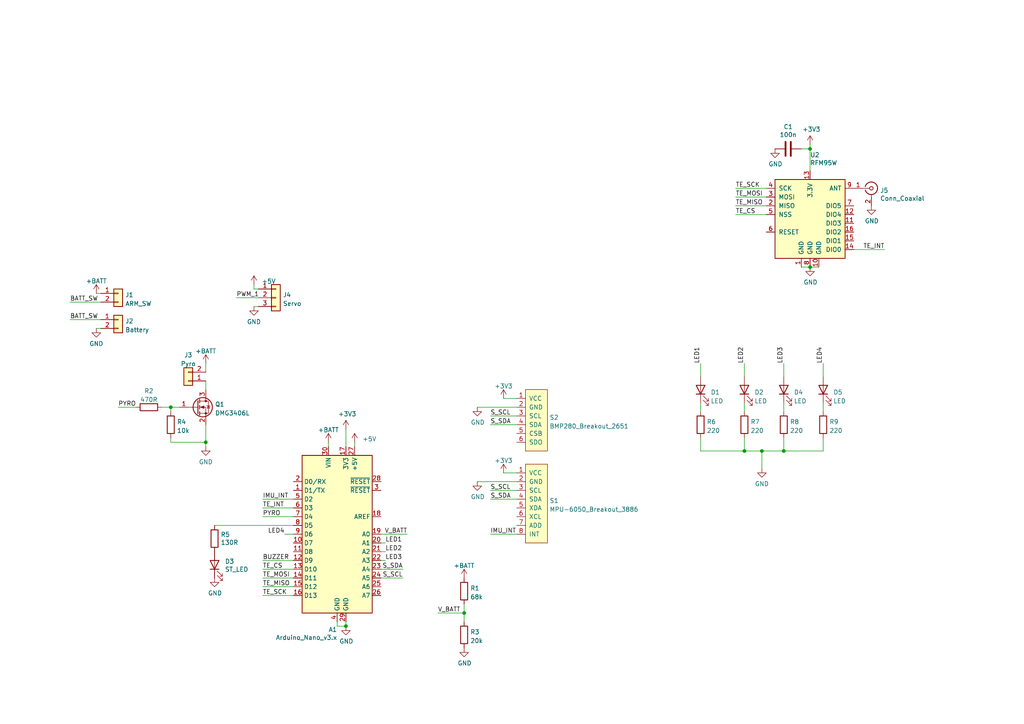
<source format=kicad_sch>
(kicad_sch (version 20211123) (generator eeschema)

  (uuid e63e39d7-6ac0-4ffd-8aa3-1841a4541b55)

  (paper "A4")

  (lib_symbols
    (symbol "Connector:Conn_Coaxial" (pin_names (offset 1.016) hide) (in_bom yes) (on_board yes)
      (property "Reference" "J" (id 0) (at 0.254 3.048 0)
        (effects (font (size 1.27 1.27)))
      )
      (property "Value" "Conn_Coaxial" (id 1) (at 2.921 0 90)
        (effects (font (size 1.27 1.27)))
      )
      (property "Footprint" "" (id 2) (at 0 0 0)
        (effects (font (size 1.27 1.27)) hide)
      )
      (property "Datasheet" " ~" (id 3) (at 0 0 0)
        (effects (font (size 1.27 1.27)) hide)
      )
      (property "ki_keywords" "BNC SMA SMB SMC LEMO coaxial connector CINCH RCA" (id 4) (at 0 0 0)
        (effects (font (size 1.27 1.27)) hide)
      )
      (property "ki_description" "coaxial connector (BNC, SMA, SMB, SMC, Cinch/RCA, LEMO, ...)" (id 5) (at 0 0 0)
        (effects (font (size 1.27 1.27)) hide)
      )
      (property "ki_fp_filters" "*BNC* *SMA* *SMB* *SMC* *Cinch* *LEMO*" (id 6) (at 0 0 0)
        (effects (font (size 1.27 1.27)) hide)
      )
      (symbol "Conn_Coaxial_0_1"
        (arc (start -1.778 -0.508) (mid 0.222 -1.808) (end 1.778 0)
          (stroke (width 0.254) (type default) (color 0 0 0 0))
          (fill (type none))
        )
        (polyline
          (pts
            (xy -2.54 0)
            (xy -0.508 0)
          )
          (stroke (width 0) (type default) (color 0 0 0 0))
          (fill (type none))
        )
        (polyline
          (pts
            (xy 0 -2.54)
            (xy 0 -1.778)
          )
          (stroke (width 0) (type default) (color 0 0 0 0))
          (fill (type none))
        )
        (circle (center 0 0) (radius 0.508)
          (stroke (width 0.2032) (type default) (color 0 0 0 0))
          (fill (type none))
        )
        (arc (start 1.778 0) (mid 0.2221 1.8083) (end -1.778 0.508)
          (stroke (width 0.254) (type default) (color 0 0 0 0))
          (fill (type none))
        )
      )
      (symbol "Conn_Coaxial_1_1"
        (pin passive line (at -5.08 0 0) (length 2.54)
          (name "In" (effects (font (size 1.27 1.27))))
          (number "1" (effects (font (size 1.27 1.27))))
        )
        (pin passive line (at 0 -5.08 90) (length 2.54)
          (name "Ext" (effects (font (size 1.27 1.27))))
          (number "2" (effects (font (size 1.27 1.27))))
        )
      )
    )
    (symbol "Connector_Generic:Conn_01x02" (pin_names (offset 1.016) hide) (in_bom yes) (on_board yes)
      (property "Reference" "J" (id 0) (at 0 2.54 0)
        (effects (font (size 1.27 1.27)))
      )
      (property "Value" "Conn_01x02" (id 1) (at 0 -5.08 0)
        (effects (font (size 1.27 1.27)))
      )
      (property "Footprint" "" (id 2) (at 0 0 0)
        (effects (font (size 1.27 1.27)) hide)
      )
      (property "Datasheet" "~" (id 3) (at 0 0 0)
        (effects (font (size 1.27 1.27)) hide)
      )
      (property "ki_keywords" "connector" (id 4) (at 0 0 0)
        (effects (font (size 1.27 1.27)) hide)
      )
      (property "ki_description" "Generic connector, single row, 01x02, script generated (kicad-library-utils/schlib/autogen/connector/)" (id 5) (at 0 0 0)
        (effects (font (size 1.27 1.27)) hide)
      )
      (property "ki_fp_filters" "Connector*:*_1x??_*" (id 6) (at 0 0 0)
        (effects (font (size 1.27 1.27)) hide)
      )
      (symbol "Conn_01x02_1_1"
        (rectangle (start -1.27 -2.413) (end 0 -2.667)
          (stroke (width 0.1524) (type default) (color 0 0 0 0))
          (fill (type none))
        )
        (rectangle (start -1.27 0.127) (end 0 -0.127)
          (stroke (width 0.1524) (type default) (color 0 0 0 0))
          (fill (type none))
        )
        (rectangle (start -1.27 1.27) (end 1.27 -3.81)
          (stroke (width 0.254) (type default) (color 0 0 0 0))
          (fill (type background))
        )
        (pin passive line (at -5.08 0 0) (length 3.81)
          (name "Pin_1" (effects (font (size 1.27 1.27))))
          (number "1" (effects (font (size 1.27 1.27))))
        )
        (pin passive line (at -5.08 -2.54 0) (length 3.81)
          (name "Pin_2" (effects (font (size 1.27 1.27))))
          (number "2" (effects (font (size 1.27 1.27))))
        )
      )
    )
    (symbol "Connector_Generic:Conn_01x03" (pin_names (offset 1.016) hide) (in_bom yes) (on_board yes)
      (property "Reference" "J" (id 0) (at 0 5.08 0)
        (effects (font (size 1.27 1.27)))
      )
      (property "Value" "Conn_01x03" (id 1) (at 0 -5.08 0)
        (effects (font (size 1.27 1.27)))
      )
      (property "Footprint" "" (id 2) (at 0 0 0)
        (effects (font (size 1.27 1.27)) hide)
      )
      (property "Datasheet" "~" (id 3) (at 0 0 0)
        (effects (font (size 1.27 1.27)) hide)
      )
      (property "ki_keywords" "connector" (id 4) (at 0 0 0)
        (effects (font (size 1.27 1.27)) hide)
      )
      (property "ki_description" "Generic connector, single row, 01x03, script generated (kicad-library-utils/schlib/autogen/connector/)" (id 5) (at 0 0 0)
        (effects (font (size 1.27 1.27)) hide)
      )
      (property "ki_fp_filters" "Connector*:*_1x??_*" (id 6) (at 0 0 0)
        (effects (font (size 1.27 1.27)) hide)
      )
      (symbol "Conn_01x03_1_1"
        (rectangle (start -1.27 -2.413) (end 0 -2.667)
          (stroke (width 0.1524) (type default) (color 0 0 0 0))
          (fill (type none))
        )
        (rectangle (start -1.27 0.127) (end 0 -0.127)
          (stroke (width 0.1524) (type default) (color 0 0 0 0))
          (fill (type none))
        )
        (rectangle (start -1.27 2.667) (end 0 2.413)
          (stroke (width 0.1524) (type default) (color 0 0 0 0))
          (fill (type none))
        )
        (rectangle (start -1.27 3.81) (end 1.27 -3.81)
          (stroke (width 0.254) (type default) (color 0 0 0 0))
          (fill (type background))
        )
        (pin passive line (at -5.08 2.54 0) (length 3.81)
          (name "Pin_1" (effects (font (size 1.27 1.27))))
          (number "1" (effects (font (size 1.27 1.27))))
        )
        (pin passive line (at -5.08 0 0) (length 3.81)
          (name "Pin_2" (effects (font (size 1.27 1.27))))
          (number "2" (effects (font (size 1.27 1.27))))
        )
        (pin passive line (at -5.08 -2.54 0) (length 3.81)
          (name "Pin_3" (effects (font (size 1.27 1.27))))
          (number "3" (effects (font (size 1.27 1.27))))
        )
      )
    )
    (symbol "Device:C" (pin_numbers hide) (pin_names (offset 0.254)) (in_bom yes) (on_board yes)
      (property "Reference" "C" (id 0) (at 0.635 2.54 0)
        (effects (font (size 1.27 1.27)) (justify left))
      )
      (property "Value" "C" (id 1) (at 0.635 -2.54 0)
        (effects (font (size 1.27 1.27)) (justify left))
      )
      (property "Footprint" "" (id 2) (at 0.9652 -3.81 0)
        (effects (font (size 1.27 1.27)) hide)
      )
      (property "Datasheet" "~" (id 3) (at 0 0 0)
        (effects (font (size 1.27 1.27)) hide)
      )
      (property "ki_keywords" "cap capacitor" (id 4) (at 0 0 0)
        (effects (font (size 1.27 1.27)) hide)
      )
      (property "ki_description" "Unpolarized capacitor" (id 5) (at 0 0 0)
        (effects (font (size 1.27 1.27)) hide)
      )
      (property "ki_fp_filters" "C_*" (id 6) (at 0 0 0)
        (effects (font (size 1.27 1.27)) hide)
      )
      (symbol "C_0_1"
        (polyline
          (pts
            (xy -2.032 -0.762)
            (xy 2.032 -0.762)
          )
          (stroke (width 0.508) (type default) (color 0 0 0 0))
          (fill (type none))
        )
        (polyline
          (pts
            (xy -2.032 0.762)
            (xy 2.032 0.762)
          )
          (stroke (width 0.508) (type default) (color 0 0 0 0))
          (fill (type none))
        )
      )
      (symbol "C_1_1"
        (pin passive line (at 0 3.81 270) (length 2.794)
          (name "~" (effects (font (size 1.27 1.27))))
          (number "1" (effects (font (size 1.27 1.27))))
        )
        (pin passive line (at 0 -3.81 90) (length 2.794)
          (name "~" (effects (font (size 1.27 1.27))))
          (number "2" (effects (font (size 1.27 1.27))))
        )
      )
    )
    (symbol "Device:LED" (pin_numbers hide) (pin_names (offset 1.016) hide) (in_bom yes) (on_board yes)
      (property "Reference" "D" (id 0) (at 0 2.54 0)
        (effects (font (size 1.27 1.27)))
      )
      (property "Value" "LED" (id 1) (at 0 -2.54 0)
        (effects (font (size 1.27 1.27)))
      )
      (property "Footprint" "" (id 2) (at 0 0 0)
        (effects (font (size 1.27 1.27)) hide)
      )
      (property "Datasheet" "~" (id 3) (at 0 0 0)
        (effects (font (size 1.27 1.27)) hide)
      )
      (property "ki_keywords" "LED diode" (id 4) (at 0 0 0)
        (effects (font (size 1.27 1.27)) hide)
      )
      (property "ki_description" "Light emitting diode" (id 5) (at 0 0 0)
        (effects (font (size 1.27 1.27)) hide)
      )
      (property "ki_fp_filters" "LED* LED_SMD:* LED_THT:*" (id 6) (at 0 0 0)
        (effects (font (size 1.27 1.27)) hide)
      )
      (symbol "LED_0_1"
        (polyline
          (pts
            (xy -1.27 -1.27)
            (xy -1.27 1.27)
          )
          (stroke (width 0.254) (type default) (color 0 0 0 0))
          (fill (type none))
        )
        (polyline
          (pts
            (xy -1.27 0)
            (xy 1.27 0)
          )
          (stroke (width 0) (type default) (color 0 0 0 0))
          (fill (type none))
        )
        (polyline
          (pts
            (xy 1.27 -1.27)
            (xy 1.27 1.27)
            (xy -1.27 0)
            (xy 1.27 -1.27)
          )
          (stroke (width 0.254) (type default) (color 0 0 0 0))
          (fill (type none))
        )
        (polyline
          (pts
            (xy -3.048 -0.762)
            (xy -4.572 -2.286)
            (xy -3.81 -2.286)
            (xy -4.572 -2.286)
            (xy -4.572 -1.524)
          )
          (stroke (width 0) (type default) (color 0 0 0 0))
          (fill (type none))
        )
        (polyline
          (pts
            (xy -1.778 -0.762)
            (xy -3.302 -2.286)
            (xy -2.54 -2.286)
            (xy -3.302 -2.286)
            (xy -3.302 -1.524)
          )
          (stroke (width 0) (type default) (color 0 0 0 0))
          (fill (type none))
        )
      )
      (symbol "LED_1_1"
        (pin passive line (at -3.81 0 0) (length 2.54)
          (name "K" (effects (font (size 1.27 1.27))))
          (number "1" (effects (font (size 1.27 1.27))))
        )
        (pin passive line (at 3.81 0 180) (length 2.54)
          (name "A" (effects (font (size 1.27 1.27))))
          (number "2" (effects (font (size 1.27 1.27))))
        )
      )
    )
    (symbol "Device:R" (pin_numbers hide) (pin_names (offset 0)) (in_bom yes) (on_board yes)
      (property "Reference" "R" (id 0) (at 2.032 0 90)
        (effects (font (size 1.27 1.27)))
      )
      (property "Value" "R" (id 1) (at 0 0 90)
        (effects (font (size 1.27 1.27)))
      )
      (property "Footprint" "" (id 2) (at -1.778 0 90)
        (effects (font (size 1.27 1.27)) hide)
      )
      (property "Datasheet" "~" (id 3) (at 0 0 0)
        (effects (font (size 1.27 1.27)) hide)
      )
      (property "ki_keywords" "R res resistor" (id 4) (at 0 0 0)
        (effects (font (size 1.27 1.27)) hide)
      )
      (property "ki_description" "Resistor" (id 5) (at 0 0 0)
        (effects (font (size 1.27 1.27)) hide)
      )
      (property "ki_fp_filters" "R_*" (id 6) (at 0 0 0)
        (effects (font (size 1.27 1.27)) hide)
      )
      (symbol "R_0_1"
        (rectangle (start -1.016 -2.54) (end 1.016 2.54)
          (stroke (width 0.254) (type default) (color 0 0 0 0))
          (fill (type none))
        )
      )
      (symbol "R_1_1"
        (pin passive line (at 0 3.81 270) (length 1.27)
          (name "~" (effects (font (size 1.27 1.27))))
          (number "1" (effects (font (size 1.27 1.27))))
        )
        (pin passive line (at 0 -3.81 90) (length 1.27)
          (name "~" (effects (font (size 1.27 1.27))))
          (number "2" (effects (font (size 1.27 1.27))))
        )
      )
    )
    (symbol "MCU_Module:Arduino_Nano_v3.x" (in_bom yes) (on_board yes)
      (property "Reference" "A" (id 0) (at -10.16 23.495 0)
        (effects (font (size 1.27 1.27)) (justify left bottom))
      )
      (property "Value" "Arduino_Nano_v3.x" (id 1) (at 5.08 -24.13 0)
        (effects (font (size 1.27 1.27)) (justify left top))
      )
      (property "Footprint" "Module:Arduino_Nano" (id 2) (at 0 0 0)
        (effects (font (size 1.27 1.27) italic) hide)
      )
      (property "Datasheet" "http://www.mouser.com/pdfdocs/Gravitech_Arduino_Nano3_0.pdf" (id 3) (at 0 0 0)
        (effects (font (size 1.27 1.27)) hide)
      )
      (property "ki_keywords" "Arduino nano microcontroller module USB" (id 4) (at 0 0 0)
        (effects (font (size 1.27 1.27)) hide)
      )
      (property "ki_description" "Arduino Nano v3.x" (id 5) (at 0 0 0)
        (effects (font (size 1.27 1.27)) hide)
      )
      (property "ki_fp_filters" "Arduino*Nano*" (id 6) (at 0 0 0)
        (effects (font (size 1.27 1.27)) hide)
      )
      (symbol "Arduino_Nano_v3.x_0_1"
        (rectangle (start -10.16 22.86) (end 10.16 -22.86)
          (stroke (width 0.254) (type default) (color 0 0 0 0))
          (fill (type background))
        )
      )
      (symbol "Arduino_Nano_v3.x_1_1"
        (pin bidirectional line (at -12.7 12.7 0) (length 2.54)
          (name "D1/TX" (effects (font (size 1.27 1.27))))
          (number "1" (effects (font (size 1.27 1.27))))
        )
        (pin bidirectional line (at -12.7 -2.54 0) (length 2.54)
          (name "D7" (effects (font (size 1.27 1.27))))
          (number "10" (effects (font (size 1.27 1.27))))
        )
        (pin bidirectional line (at -12.7 -5.08 0) (length 2.54)
          (name "D8" (effects (font (size 1.27 1.27))))
          (number "11" (effects (font (size 1.27 1.27))))
        )
        (pin bidirectional line (at -12.7 -7.62 0) (length 2.54)
          (name "D9" (effects (font (size 1.27 1.27))))
          (number "12" (effects (font (size 1.27 1.27))))
        )
        (pin bidirectional line (at -12.7 -10.16 0) (length 2.54)
          (name "D10" (effects (font (size 1.27 1.27))))
          (number "13" (effects (font (size 1.27 1.27))))
        )
        (pin bidirectional line (at -12.7 -12.7 0) (length 2.54)
          (name "D11" (effects (font (size 1.27 1.27))))
          (number "14" (effects (font (size 1.27 1.27))))
        )
        (pin bidirectional line (at -12.7 -15.24 0) (length 2.54)
          (name "D12" (effects (font (size 1.27 1.27))))
          (number "15" (effects (font (size 1.27 1.27))))
        )
        (pin bidirectional line (at -12.7 -17.78 0) (length 2.54)
          (name "D13" (effects (font (size 1.27 1.27))))
          (number "16" (effects (font (size 1.27 1.27))))
        )
        (pin power_out line (at 2.54 25.4 270) (length 2.54)
          (name "3V3" (effects (font (size 1.27 1.27))))
          (number "17" (effects (font (size 1.27 1.27))))
        )
        (pin input line (at 12.7 5.08 180) (length 2.54)
          (name "AREF" (effects (font (size 1.27 1.27))))
          (number "18" (effects (font (size 1.27 1.27))))
        )
        (pin bidirectional line (at 12.7 0 180) (length 2.54)
          (name "A0" (effects (font (size 1.27 1.27))))
          (number "19" (effects (font (size 1.27 1.27))))
        )
        (pin bidirectional line (at -12.7 15.24 0) (length 2.54)
          (name "D0/RX" (effects (font (size 1.27 1.27))))
          (number "2" (effects (font (size 1.27 1.27))))
        )
        (pin bidirectional line (at 12.7 -2.54 180) (length 2.54)
          (name "A1" (effects (font (size 1.27 1.27))))
          (number "20" (effects (font (size 1.27 1.27))))
        )
        (pin bidirectional line (at 12.7 -5.08 180) (length 2.54)
          (name "A2" (effects (font (size 1.27 1.27))))
          (number "21" (effects (font (size 1.27 1.27))))
        )
        (pin bidirectional line (at 12.7 -7.62 180) (length 2.54)
          (name "A3" (effects (font (size 1.27 1.27))))
          (number "22" (effects (font (size 1.27 1.27))))
        )
        (pin bidirectional line (at 12.7 -10.16 180) (length 2.54)
          (name "A4" (effects (font (size 1.27 1.27))))
          (number "23" (effects (font (size 1.27 1.27))))
        )
        (pin bidirectional line (at 12.7 -12.7 180) (length 2.54)
          (name "A5" (effects (font (size 1.27 1.27))))
          (number "24" (effects (font (size 1.27 1.27))))
        )
        (pin bidirectional line (at 12.7 -15.24 180) (length 2.54)
          (name "A6" (effects (font (size 1.27 1.27))))
          (number "25" (effects (font (size 1.27 1.27))))
        )
        (pin bidirectional line (at 12.7 -17.78 180) (length 2.54)
          (name "A7" (effects (font (size 1.27 1.27))))
          (number "26" (effects (font (size 1.27 1.27))))
        )
        (pin power_out line (at 5.08 25.4 270) (length 2.54)
          (name "+5V" (effects (font (size 1.27 1.27))))
          (number "27" (effects (font (size 1.27 1.27))))
        )
        (pin input line (at 12.7 15.24 180) (length 2.54)
          (name "~{RESET}" (effects (font (size 1.27 1.27))))
          (number "28" (effects (font (size 1.27 1.27))))
        )
        (pin power_in line (at 2.54 -25.4 90) (length 2.54)
          (name "GND" (effects (font (size 1.27 1.27))))
          (number "29" (effects (font (size 1.27 1.27))))
        )
        (pin input line (at 12.7 12.7 180) (length 2.54)
          (name "~{RESET}" (effects (font (size 1.27 1.27))))
          (number "3" (effects (font (size 1.27 1.27))))
        )
        (pin power_in line (at -2.54 25.4 270) (length 2.54)
          (name "VIN" (effects (font (size 1.27 1.27))))
          (number "30" (effects (font (size 1.27 1.27))))
        )
        (pin power_in line (at 0 -25.4 90) (length 2.54)
          (name "GND" (effects (font (size 1.27 1.27))))
          (number "4" (effects (font (size 1.27 1.27))))
        )
        (pin bidirectional line (at -12.7 10.16 0) (length 2.54)
          (name "D2" (effects (font (size 1.27 1.27))))
          (number "5" (effects (font (size 1.27 1.27))))
        )
        (pin bidirectional line (at -12.7 7.62 0) (length 2.54)
          (name "D3" (effects (font (size 1.27 1.27))))
          (number "6" (effects (font (size 1.27 1.27))))
        )
        (pin bidirectional line (at -12.7 5.08 0) (length 2.54)
          (name "D4" (effects (font (size 1.27 1.27))))
          (number "7" (effects (font (size 1.27 1.27))))
        )
        (pin bidirectional line (at -12.7 2.54 0) (length 2.54)
          (name "D5" (effects (font (size 1.27 1.27))))
          (number "8" (effects (font (size 1.27 1.27))))
        )
        (pin bidirectional line (at -12.7 0 0) (length 2.54)
          (name "D6" (effects (font (size 1.27 1.27))))
          (number "9" (effects (font (size 1.27 1.27))))
        )
      )
    )
    (symbol "RF_Module:RFM95W-868S2" (pin_names (offset 1.016)) (in_bom yes) (on_board yes)
      (property "Reference" "U" (id 0) (at -10.414 11.684 0)
        (effects (font (size 1.27 1.27)) (justify left))
      )
      (property "Value" "RFM95W-868S2" (id 1) (at 1.524 11.43 0)
        (effects (font (size 1.27 1.27)) (justify left))
      )
      (property "Footprint" "" (id 2) (at -83.82 41.91 0)
        (effects (font (size 1.27 1.27)) hide)
      )
      (property "Datasheet" "https://www.hoperf.com/data/upload/portal/20181127/5bfcbea20e9ef.pdf" (id 3) (at -83.82 41.91 0)
        (effects (font (size 1.27 1.27)) hide)
      )
      (property "ki_keywords" "Low power long range transceiver module" (id 4) (at 0 0 0)
        (effects (font (size 1.27 1.27)) hide)
      )
      (property "ki_description" "Low power long range transceiver module, SPI and parallel interface, 868 MHz, spreading factor 6 to12, bandwith 7.8 to 500kHz, -111 to -148 dBm, SMD-16, DIP-16" (id 5) (at 0 0 0)
        (effects (font (size 1.27 1.27)) hide)
      )
      (property "ki_fp_filters" "HOPERF*RFM9XW*" (id 6) (at 0 0 0)
        (effects (font (size 1.27 1.27)) hide)
      )
      (symbol "RFM95W-868S2_0_1"
        (rectangle (start -10.16 10.16) (end 10.16 -12.7)
          (stroke (width 0.254) (type default) (color 0 0 0 0))
          (fill (type background))
        )
      )
      (symbol "RFM95W-868S2_1_1"
        (pin power_in line (at -2.54 -15.24 90) (length 2.54)
          (name "GND" (effects (font (size 1.27 1.27))))
          (number "1" (effects (font (size 1.27 1.27))))
        )
        (pin power_in line (at 2.54 -15.24 90) (length 2.54)
          (name "GND" (effects (font (size 1.27 1.27))))
          (number "10" (effects (font (size 1.27 1.27))))
        )
        (pin bidirectional line (at 12.7 -2.54 180) (length 2.54)
          (name "DIO3" (effects (font (size 1.27 1.27))))
          (number "11" (effects (font (size 1.27 1.27))))
        )
        (pin bidirectional line (at 12.7 0 180) (length 2.54)
          (name "DIO4" (effects (font (size 1.27 1.27))))
          (number "12" (effects (font (size 1.27 1.27))))
        )
        (pin power_in line (at 0 12.7 270) (length 2.54)
          (name "3.3V" (effects (font (size 1.27 1.27))))
          (number "13" (effects (font (size 1.27 1.27))))
        )
        (pin bidirectional line (at 12.7 -10.16 180) (length 2.54)
          (name "DIO0" (effects (font (size 1.27 1.27))))
          (number "14" (effects (font (size 1.27 1.27))))
        )
        (pin bidirectional line (at 12.7 -7.62 180) (length 2.54)
          (name "DIO1" (effects (font (size 1.27 1.27))))
          (number "15" (effects (font (size 1.27 1.27))))
        )
        (pin bidirectional line (at 12.7 -5.08 180) (length 2.54)
          (name "DIO2" (effects (font (size 1.27 1.27))))
          (number "16" (effects (font (size 1.27 1.27))))
        )
        (pin output line (at -12.7 2.54 0) (length 2.54)
          (name "MISO" (effects (font (size 1.27 1.27))))
          (number "2" (effects (font (size 1.27 1.27))))
        )
        (pin input line (at -12.7 5.08 0) (length 2.54)
          (name "MOSI" (effects (font (size 1.27 1.27))))
          (number "3" (effects (font (size 1.27 1.27))))
        )
        (pin input line (at -12.7 7.62 0) (length 2.54)
          (name "SCK" (effects (font (size 1.27 1.27))))
          (number "4" (effects (font (size 1.27 1.27))))
        )
        (pin input line (at -12.7 0 0) (length 2.54)
          (name "NSS" (effects (font (size 1.27 1.27))))
          (number "5" (effects (font (size 1.27 1.27))))
        )
        (pin bidirectional line (at -12.7 -5.08 0) (length 2.54)
          (name "RESET" (effects (font (size 1.27 1.27))))
          (number "6" (effects (font (size 1.27 1.27))))
        )
        (pin bidirectional line (at 12.7 2.54 180) (length 2.54)
          (name "DIO5" (effects (font (size 1.27 1.27))))
          (number "7" (effects (font (size 1.27 1.27))))
        )
        (pin power_in line (at 0 -15.24 90) (length 2.54)
          (name "GND" (effects (font (size 1.27 1.27))))
          (number "8" (effects (font (size 1.27 1.27))))
        )
        (pin bidirectional line (at 12.7 7.62 180) (length 2.54)
          (name "ANT" (effects (font (size 1.27 1.27))))
          (number "9" (effects (font (size 1.27 1.27))))
        )
      )
    )
    (symbol "Sensor_Motion:MPU-6050_Breakout_3886" (pin_names (offset 1.016)) (in_bom yes) (on_board yes)
      (property "Reference" "S?" (id 0) (at 8.255 -9.3253 0)
        (effects (font (size 1.27 1.27)) (justify left))
      )
      (property "Value" "MPU-6050_Breakout_3886" (id 1) (at 8.255 -11.8622 0)
        (effects (font (size 1.27 1.27)) (justify left))
      )
      (property "Footprint" "" (id 2) (at 2.54 0 0)
        (effects (font (size 1.27 1.27)) hide)
      )
      (property "Datasheet" "" (id 3) (at 2.54 0 0)
        (effects (font (size 1.27 1.27)) hide)
      )
      (symbol "MPU-6050_Breakout_3886_0_1"
        (rectangle (start 1.27 -1.27) (end 7.62 -24.13)
          (stroke (width 0) (type default) (color 0 0 0 0))
          (fill (type background))
        )
      )
      (symbol "MPU-6050_Breakout_3886_1_1"
        (pin power_in line (at -1.27 -3.81 0) (length 2.54)
          (name "VCC" (effects (font (size 1.27 1.27))))
          (number "1" (effects (font (size 1.27 1.27))))
        )
        (pin power_out line (at -1.27 -6.35 0) (length 2.54)
          (name "GND" (effects (font (size 1.27 1.27))))
          (number "2" (effects (font (size 1.27 1.27))))
        )
        (pin power_out line (at -1.27 -8.89 0) (length 2.54)
          (name "SCL" (effects (font (size 1.27 1.27))))
          (number "3" (effects (font (size 1.27 1.27))))
        )
        (pin bidirectional line (at -1.27 -11.43 0) (length 2.54)
          (name "SDA" (effects (font (size 1.27 1.27))))
          (number "4" (effects (font (size 1.27 1.27))))
        )
        (pin bidirectional line (at -1.27 -13.97 0) (length 2.54)
          (name "XDA" (effects (font (size 1.27 1.27))))
          (number "5" (effects (font (size 1.27 1.27))))
        )
        (pin output line (at -1.27 -16.51 0) (length 2.54)
          (name "XCL" (effects (font (size 1.27 1.27))))
          (number "6" (effects (font (size 1.27 1.27))))
        )
        (pin bidirectional line (at -1.27 -19.05 0) (length 2.54)
          (name "ADD" (effects (font (size 1.27 1.27))))
          (number "7" (effects (font (size 1.27 1.27))))
        )
        (pin output line (at -1.27 -21.59 0) (length 2.54)
          (name "INT" (effects (font (size 1.27 1.27))))
          (number "8" (effects (font (size 1.27 1.27))))
        )
      )
    )
    (symbol "Sensor_Pressure:BMP280_Breakout_2651" (pin_names (offset 1.016)) (in_bom yes) (on_board yes)
      (property "Reference" "S?" (id 0) (at 6.985 -13.1353 0)
        (effects (font (size 1.27 1.27)) (justify left))
      )
      (property "Value" "BMP280_Breakout_2651" (id 1) (at 6.985 -15.6722 0)
        (effects (font (size 1.27 1.27)) (justify left))
      )
      (property "Footprint" "" (id 2) (at 1.27 -2.54 0)
        (effects (font (size 1.27 1.27)) hide)
      )
      (property "Datasheet" "" (id 3) (at 1.27 -2.54 0)
        (effects (font (size 1.27 1.27)) hide)
      )
      (symbol "BMP280_Breakout_2651_0_1"
        (rectangle (start 0 -3.81) (end 6.35 -21.59)
          (stroke (width 0) (type default) (color 0 0 0 0))
          (fill (type background))
        )
      )
      (symbol "BMP280_Breakout_2651_1_1"
        (pin power_in line (at -2.54 -6.35 0) (length 2.54)
          (name "VCC" (effects (font (size 1.27 1.27))))
          (number "1" (effects (font (size 1.27 1.27))))
        )
        (pin power_out line (at -2.54 -8.89 0) (length 2.54)
          (name "GND" (effects (font (size 1.27 1.27))))
          (number "2" (effects (font (size 1.27 1.27))))
        )
        (pin power_out line (at -2.54 -11.43 0) (length 2.54)
          (name "SCL" (effects (font (size 1.27 1.27))))
          (number "3" (effects (font (size 1.27 1.27))))
        )
        (pin bidirectional line (at -2.54 -13.97 0) (length 2.54)
          (name "SDA" (effects (font (size 1.27 1.27))))
          (number "4" (effects (font (size 1.27 1.27))))
        )
        (pin output line (at -2.54 -16.51 0) (length 2.54)
          (name "CSB" (effects (font (size 1.27 1.27))))
          (number "5" (effects (font (size 1.27 1.27))))
        )
        (pin input line (at -2.54 -19.05 0) (length 2.54)
          (name "SDO" (effects (font (size 1.27 1.27))))
          (number "6" (effects (font (size 1.27 1.27))))
        )
      )
    )
    (symbol "Transistor_FET:DMG3406L" (pin_names hide) (in_bom yes) (on_board yes)
      (property "Reference" "Q" (id 0) (at 5.08 1.905 0)
        (effects (font (size 1.27 1.27)) (justify left))
      )
      (property "Value" "DMG3406L" (id 1) (at 5.08 0 0)
        (effects (font (size 1.27 1.27)) (justify left))
      )
      (property "Footprint" "Package_TO_SOT_SMD:SOT-23" (id 2) (at 5.08 -1.905 0)
        (effects (font (size 1.27 1.27) italic) (justify left) hide)
      )
      (property "Datasheet" "http://www.diodes.com/assets/Datasheets/DMG3406L.pdf" (id 3) (at 0 0 0)
        (effects (font (size 1.27 1.27)) (justify left) hide)
      )
      (property "ki_keywords" "N-Channel MOSFET" (id 4) (at 0 0 0)
        (effects (font (size 1.27 1.27)) hide)
      )
      (property "ki_description" "3.6A Id, 30V Vds, N-Channel MOSFET, SOT-23" (id 5) (at 0 0 0)
        (effects (font (size 1.27 1.27)) hide)
      )
      (property "ki_fp_filters" "SOT?23*" (id 6) (at 0 0 0)
        (effects (font (size 1.27 1.27)) hide)
      )
      (symbol "DMG3406L_0_1"
        (polyline
          (pts
            (xy 0.254 0)
            (xy -2.54 0)
          )
          (stroke (width 0) (type default) (color 0 0 0 0))
          (fill (type none))
        )
        (polyline
          (pts
            (xy 0.254 1.905)
            (xy 0.254 -1.905)
          )
          (stroke (width 0.254) (type default) (color 0 0 0 0))
          (fill (type none))
        )
        (polyline
          (pts
            (xy 0.762 -1.27)
            (xy 0.762 -2.286)
          )
          (stroke (width 0.254) (type default) (color 0 0 0 0))
          (fill (type none))
        )
        (polyline
          (pts
            (xy 0.762 0.508)
            (xy 0.762 -0.508)
          )
          (stroke (width 0.254) (type default) (color 0 0 0 0))
          (fill (type none))
        )
        (polyline
          (pts
            (xy 0.762 2.286)
            (xy 0.762 1.27)
          )
          (stroke (width 0.254) (type default) (color 0 0 0 0))
          (fill (type none))
        )
        (polyline
          (pts
            (xy 2.54 2.54)
            (xy 2.54 1.778)
          )
          (stroke (width 0) (type default) (color 0 0 0 0))
          (fill (type none))
        )
        (polyline
          (pts
            (xy 2.54 -2.54)
            (xy 2.54 0)
            (xy 0.762 0)
          )
          (stroke (width 0) (type default) (color 0 0 0 0))
          (fill (type none))
        )
        (polyline
          (pts
            (xy 0.762 -1.778)
            (xy 3.302 -1.778)
            (xy 3.302 1.778)
            (xy 0.762 1.778)
          )
          (stroke (width 0) (type default) (color 0 0 0 0))
          (fill (type none))
        )
        (polyline
          (pts
            (xy 1.016 0)
            (xy 2.032 0.381)
            (xy 2.032 -0.381)
            (xy 1.016 0)
          )
          (stroke (width 0) (type default) (color 0 0 0 0))
          (fill (type outline))
        )
        (polyline
          (pts
            (xy 2.794 0.508)
            (xy 2.921 0.381)
            (xy 3.683 0.381)
            (xy 3.81 0.254)
          )
          (stroke (width 0) (type default) (color 0 0 0 0))
          (fill (type none))
        )
        (polyline
          (pts
            (xy 3.302 0.381)
            (xy 2.921 -0.254)
            (xy 3.683 -0.254)
            (xy 3.302 0.381)
          )
          (stroke (width 0) (type default) (color 0 0 0 0))
          (fill (type none))
        )
        (circle (center 1.651 0) (radius 2.794)
          (stroke (width 0.254) (type default) (color 0 0 0 0))
          (fill (type none))
        )
        (circle (center 2.54 -1.778) (radius 0.254)
          (stroke (width 0) (type default) (color 0 0 0 0))
          (fill (type outline))
        )
        (circle (center 2.54 1.778) (radius 0.254)
          (stroke (width 0) (type default) (color 0 0 0 0))
          (fill (type outline))
        )
      )
      (symbol "DMG3406L_1_1"
        (pin input line (at -5.08 0 0) (length 2.54)
          (name "G" (effects (font (size 1.27 1.27))))
          (number "1" (effects (font (size 1.27 1.27))))
        )
        (pin passive line (at 2.54 -5.08 90) (length 2.54)
          (name "S" (effects (font (size 1.27 1.27))))
          (number "2" (effects (font (size 1.27 1.27))))
        )
        (pin passive line (at 2.54 5.08 270) (length 2.54)
          (name "D" (effects (font (size 1.27 1.27))))
          (number "3" (effects (font (size 1.27 1.27))))
        )
      )
    )
    (symbol "power:+3.3V" (power) (pin_names (offset 0)) (in_bom yes) (on_board yes)
      (property "Reference" "#PWR" (id 0) (at 0 -3.81 0)
        (effects (font (size 1.27 1.27)) hide)
      )
      (property "Value" "+3.3V" (id 1) (at 0 3.556 0)
        (effects (font (size 1.27 1.27)))
      )
      (property "Footprint" "" (id 2) (at 0 0 0)
        (effects (font (size 1.27 1.27)) hide)
      )
      (property "Datasheet" "" (id 3) (at 0 0 0)
        (effects (font (size 1.27 1.27)) hide)
      )
      (property "ki_keywords" "power-flag" (id 4) (at 0 0 0)
        (effects (font (size 1.27 1.27)) hide)
      )
      (property "ki_description" "Power symbol creates a global label with name \"+3.3V\"" (id 5) (at 0 0 0)
        (effects (font (size 1.27 1.27)) hide)
      )
      (symbol "+3.3V_0_1"
        (polyline
          (pts
            (xy -0.762 1.27)
            (xy 0 2.54)
          )
          (stroke (width 0) (type default) (color 0 0 0 0))
          (fill (type none))
        )
        (polyline
          (pts
            (xy 0 0)
            (xy 0 2.54)
          )
          (stroke (width 0) (type default) (color 0 0 0 0))
          (fill (type none))
        )
        (polyline
          (pts
            (xy 0 2.54)
            (xy 0.762 1.27)
          )
          (stroke (width 0) (type default) (color 0 0 0 0))
          (fill (type none))
        )
      )
      (symbol "+3.3V_1_1"
        (pin power_in line (at 0 0 90) (length 0) hide
          (name "+3V3" (effects (font (size 1.27 1.27))))
          (number "1" (effects (font (size 1.27 1.27))))
        )
      )
    )
    (symbol "power:+5V" (power) (pin_names (offset 0)) (in_bom yes) (on_board yes)
      (property "Reference" "#PWR" (id 0) (at 0 -3.81 0)
        (effects (font (size 1.27 1.27)) hide)
      )
      (property "Value" "+5V" (id 1) (at 0 3.556 0)
        (effects (font (size 1.27 1.27)))
      )
      (property "Footprint" "" (id 2) (at 0 0 0)
        (effects (font (size 1.27 1.27)) hide)
      )
      (property "Datasheet" "" (id 3) (at 0 0 0)
        (effects (font (size 1.27 1.27)) hide)
      )
      (property "ki_keywords" "power-flag" (id 4) (at 0 0 0)
        (effects (font (size 1.27 1.27)) hide)
      )
      (property "ki_description" "Power symbol creates a global label with name \"+5V\"" (id 5) (at 0 0 0)
        (effects (font (size 1.27 1.27)) hide)
      )
      (symbol "+5V_0_1"
        (polyline
          (pts
            (xy -0.762 1.27)
            (xy 0 2.54)
          )
          (stroke (width 0) (type default) (color 0 0 0 0))
          (fill (type none))
        )
        (polyline
          (pts
            (xy 0 0)
            (xy 0 2.54)
          )
          (stroke (width 0) (type default) (color 0 0 0 0))
          (fill (type none))
        )
        (polyline
          (pts
            (xy 0 2.54)
            (xy 0.762 1.27)
          )
          (stroke (width 0) (type default) (color 0 0 0 0))
          (fill (type none))
        )
      )
      (symbol "+5V_1_1"
        (pin power_in line (at 0 0 90) (length 0) hide
          (name "+5V" (effects (font (size 1.27 1.27))))
          (number "1" (effects (font (size 1.27 1.27))))
        )
      )
    )
    (symbol "power:+BATT" (power) (pin_names (offset 0)) (in_bom yes) (on_board yes)
      (property "Reference" "#PWR" (id 0) (at 0 -3.81 0)
        (effects (font (size 1.27 1.27)) hide)
      )
      (property "Value" "+BATT" (id 1) (at 0 3.556 0)
        (effects (font (size 1.27 1.27)))
      )
      (property "Footprint" "" (id 2) (at 0 0 0)
        (effects (font (size 1.27 1.27)) hide)
      )
      (property "Datasheet" "" (id 3) (at 0 0 0)
        (effects (font (size 1.27 1.27)) hide)
      )
      (property "ki_keywords" "power-flag battery" (id 4) (at 0 0 0)
        (effects (font (size 1.27 1.27)) hide)
      )
      (property "ki_description" "Power symbol creates a global label with name \"+BATT\"" (id 5) (at 0 0 0)
        (effects (font (size 1.27 1.27)) hide)
      )
      (symbol "+BATT_0_1"
        (polyline
          (pts
            (xy -0.762 1.27)
            (xy 0 2.54)
          )
          (stroke (width 0) (type default) (color 0 0 0 0))
          (fill (type none))
        )
        (polyline
          (pts
            (xy 0 0)
            (xy 0 2.54)
          )
          (stroke (width 0) (type default) (color 0 0 0 0))
          (fill (type none))
        )
        (polyline
          (pts
            (xy 0 2.54)
            (xy 0.762 1.27)
          )
          (stroke (width 0) (type default) (color 0 0 0 0))
          (fill (type none))
        )
      )
      (symbol "+BATT_1_1"
        (pin power_in line (at 0 0 90) (length 0) hide
          (name "+BATT" (effects (font (size 1.27 1.27))))
          (number "1" (effects (font (size 1.27 1.27))))
        )
      )
    )
    (symbol "power:GND" (power) (pin_names (offset 0)) (in_bom yes) (on_board yes)
      (property "Reference" "#PWR" (id 0) (at 0 -6.35 0)
        (effects (font (size 1.27 1.27)) hide)
      )
      (property "Value" "GND" (id 1) (at 0 -3.81 0)
        (effects (font (size 1.27 1.27)))
      )
      (property "Footprint" "" (id 2) (at 0 0 0)
        (effects (font (size 1.27 1.27)) hide)
      )
      (property "Datasheet" "" (id 3) (at 0 0 0)
        (effects (font (size 1.27 1.27)) hide)
      )
      (property "ki_keywords" "power-flag" (id 4) (at 0 0 0)
        (effects (font (size 1.27 1.27)) hide)
      )
      (property "ki_description" "Power symbol creates a global label with name \"GND\" , ground" (id 5) (at 0 0 0)
        (effects (font (size 1.27 1.27)) hide)
      )
      (symbol "GND_0_1"
        (polyline
          (pts
            (xy 0 0)
            (xy 0 -1.27)
            (xy 1.27 -1.27)
            (xy 0 -2.54)
            (xy -1.27 -1.27)
            (xy 0 -1.27)
          )
          (stroke (width 0) (type default) (color 0 0 0 0))
          (fill (type none))
        )
      )
      (symbol "GND_1_1"
        (pin power_in line (at 0 0 270) (length 0) hide
          (name "GND" (effects (font (size 1.27 1.27))))
          (number "1" (effects (font (size 1.27 1.27))))
        )
      )
    )
  )

  (junction (at 49.53 118.11) (diameter 0) (color 0 0 0 0)
    (uuid 135123f6-e519-4039-8643-e433965afd00)
  )
  (junction (at 220.98 130.81) (diameter 0) (color 0 0 0 0)
    (uuid 19191836-9d47-411d-a67a-e1e0faf14cf1)
  )
  (junction (at 100.33 181.61) (diameter 0) (color 0 0 0 0)
    (uuid 1989f60d-401b-44cd-ac05-70d84f31e8b7)
  )
  (junction (at 227.33 130.81) (diameter 0) (color 0 0 0 0)
    (uuid 2f10c13d-22a3-482a-9017-f0c7b84f3c2d)
  )
  (junction (at 215.9 130.81) (diameter 0) (color 0 0 0 0)
    (uuid 7f155866-47e3-41b0-8160-c7b0ba708704)
  )
  (junction (at 234.95 77.47) (diameter 0) (color 0 0 0 0)
    (uuid af1b8d8a-af73-4164-abf7-747ac1cfdb1e)
  )
  (junction (at 59.69 128.27) (diameter 0) (color 0 0 0 0)
    (uuid beb4d0b7-b641-4032-bff9-2a19eb6f6950)
  )
  (junction (at 134.62 177.8) (diameter 0) (color 0 0 0 0)
    (uuid e3279575-9c4d-456f-b79c-27ebca9137b4)
  )
  (junction (at 234.95 43.18) (diameter 0) (color 0 0 0 0)
    (uuid eec8ec34-bf2d-47df-a801-1df1a5b7ccfd)
  )

  (wire (pts (xy 238.76 116.84) (xy 238.76 119.38))
    (stroke (width 0) (type default) (color 0 0 0 0))
    (uuid 00738e07-ff5d-4f7e-a8ad-82ad42835818)
  )
  (wire (pts (xy 203.2 116.84) (xy 203.2 119.38))
    (stroke (width 0) (type default) (color 0 0 0 0))
    (uuid 007c736e-2825-41a0-b83b-220a62c494c1)
  )
  (wire (pts (xy 76.2 170.18) (xy 85.09 170.18))
    (stroke (width 0) (type default) (color 0 0 0 0))
    (uuid 02c19d02-d994-49d1-9834-0b6508422812)
  )
  (wire (pts (xy 110.49 162.56) (xy 111.76 162.56))
    (stroke (width 0) (type default) (color 0 0 0 0))
    (uuid 031b951b-5d98-4a2b-84ba-0671a67a16b8)
  )
  (wire (pts (xy 59.69 123.19) (xy 59.69 128.27))
    (stroke (width 0) (type default) (color 0 0 0 0))
    (uuid 041655cd-a21e-4cd7-a80d-59082e13aa58)
  )
  (wire (pts (xy 256.54 72.39) (xy 247.65 72.39))
    (stroke (width 0) (type default) (color 0 0 0 0))
    (uuid 062c3e62-6132-4418-9102-8ea620d8c673)
  )
  (wire (pts (xy 213.36 62.23) (xy 222.25 62.23))
    (stroke (width 0) (type default) (color 0 0 0 0))
    (uuid 06ea578f-4ffe-4133-9157-a8de2c2cff9b)
  )
  (wire (pts (xy 215.9 130.81) (xy 220.98 130.81))
    (stroke (width 0) (type default) (color 0 0 0 0))
    (uuid 0bd5ebf4-7f93-4ff3-908b-386bee1eaf43)
  )
  (wire (pts (xy 149.86 142.24) (xy 142.24 142.24))
    (stroke (width 0) (type default) (color 0 0 0 0))
    (uuid 0e88ebde-0534-422d-bce6-d4af21bcb239)
  )
  (wire (pts (xy 234.95 43.18) (xy 234.95 41.91))
    (stroke (width 0) (type default) (color 0 0 0 0))
    (uuid 124c09a8-124f-4901-9b0a-4c3e13c42c9e)
  )
  (wire (pts (xy 73.66 82.55) (xy 73.66 83.82))
    (stroke (width 0) (type default) (color 0 0 0 0))
    (uuid 131b9696-0e92-49e9-ad4b-35bd8446c90c)
  )
  (wire (pts (xy 232.41 77.47) (xy 234.95 77.47))
    (stroke (width 0) (type default) (color 0 0 0 0))
    (uuid 133a7e37-edd9-4edc-a4f0-22cbd64e0f01)
  )
  (wire (pts (xy 76.2 144.78) (xy 85.09 144.78))
    (stroke (width 0) (type default) (color 0 0 0 0))
    (uuid 13730bd7-bd7b-40fc-85c3-22745184cd76)
  )
  (wire (pts (xy 134.62 177.8) (xy 134.62 180.34))
    (stroke (width 0) (type default) (color 0 0 0 0))
    (uuid 166de72f-726a-4cf7-8cbc-99565045d272)
  )
  (wire (pts (xy 110.49 167.64) (xy 116.84 167.64))
    (stroke (width 0) (type default) (color 0 0 0 0))
    (uuid 1690538b-7e9e-4553-aff4-c459021a0a0b)
  )
  (wire (pts (xy 59.69 110.49) (xy 59.69 113.03))
    (stroke (width 0) (type default) (color 0 0 0 0))
    (uuid 1d0c3879-1abd-44d5-93a8-a4257e083fc3)
  )
  (wire (pts (xy 215.9 116.84) (xy 215.9 119.38))
    (stroke (width 0) (type default) (color 0 0 0 0))
    (uuid 243888ed-1559-4569-b53d-317bf93bcaac)
  )
  (wire (pts (xy 203.2 127) (xy 203.2 130.81))
    (stroke (width 0) (type default) (color 0 0 0 0))
    (uuid 2540bcf6-ad20-4895-8daf-f0243a3583be)
  )
  (wire (pts (xy 232.41 43.18) (xy 234.95 43.18))
    (stroke (width 0) (type default) (color 0 0 0 0))
    (uuid 2ff9d7a6-b249-453e-b010-e44f393ca31d)
  )
  (wire (pts (xy 134.62 177.8) (xy 127 177.8))
    (stroke (width 0) (type default) (color 0 0 0 0))
    (uuid 32275fdd-e1b0-47ae-98aa-8a566581d82f)
  )
  (wire (pts (xy 20.32 87.63) (xy 29.21 87.63))
    (stroke (width 0) (type default) (color 0 0 0 0))
    (uuid 32cfcb28-bcf8-4e1b-837d-3baae6345049)
  )
  (wire (pts (xy 73.66 88.9) (xy 74.93 88.9))
    (stroke (width 0) (type default) (color 0 0 0 0))
    (uuid 36e12ba8-4599-4565-8325-2e6abfd08f70)
  )
  (wire (pts (xy 110.49 160.02) (xy 111.76 160.02))
    (stroke (width 0) (type default) (color 0 0 0 0))
    (uuid 3b6c0748-74f2-434d-9dab-9cb69878bbfb)
  )
  (wire (pts (xy 238.76 130.81) (xy 238.76 127))
    (stroke (width 0) (type default) (color 0 0 0 0))
    (uuid 3dcb82af-5522-4234-9097-cffd473db105)
  )
  (wire (pts (xy 149.86 144.78) (xy 142.24 144.78))
    (stroke (width 0) (type default) (color 0 0 0 0))
    (uuid 4099783a-7ee7-4b02-a373-89c5be1a60a4)
  )
  (wire (pts (xy 59.69 129.54) (xy 59.69 128.27))
    (stroke (width 0) (type default) (color 0 0 0 0))
    (uuid 40e21e9c-13f9-468a-a055-5f1766d926ed)
  )
  (wire (pts (xy 227.33 127) (xy 227.33 130.81))
    (stroke (width 0) (type default) (color 0 0 0 0))
    (uuid 4204e63b-647e-4a15-a4f8-a57c4a80fefc)
  )
  (wire (pts (xy 59.69 105.41) (xy 59.69 107.95))
    (stroke (width 0) (type default) (color 0 0 0 0))
    (uuid 4c05a20e-8453-4c22-9623-46d6d68f68c2)
  )
  (wire (pts (xy 227.33 105.41) (xy 227.33 109.22))
    (stroke (width 0) (type default) (color 0 0 0 0))
    (uuid 4e3e4276-4b1b-43d6-a6e7-cdf37915d79d)
  )
  (wire (pts (xy 110.49 157.48) (xy 111.76 157.48))
    (stroke (width 0) (type default) (color 0 0 0 0))
    (uuid 5d1822b4-80f4-45dd-9a73-6dfc5358949a)
  )
  (wire (pts (xy 215.9 105.41) (xy 215.9 109.22))
    (stroke (width 0) (type default) (color 0 0 0 0))
    (uuid 5e845d28-b090-4cbe-b836-36c12cd256a2)
  )
  (wire (pts (xy 238.76 105.41) (xy 238.76 109.22))
    (stroke (width 0) (type default) (color 0 0 0 0))
    (uuid 6438d79c-9563-4eeb-b524-732b4537cc3c)
  )
  (wire (pts (xy 138.43 139.7) (xy 149.86 139.7))
    (stroke (width 0) (type default) (color 0 0 0 0))
    (uuid 673651a6-8bc4-4b89-99dc-4b86250cc842)
  )
  (wire (pts (xy 20.32 92.71) (xy 29.21 92.71))
    (stroke (width 0) (type default) (color 0 0 0 0))
    (uuid 6805c940-2827-4803-acf4-1875819597ab)
  )
  (wire (pts (xy 68.58 86.36) (xy 74.93 86.36))
    (stroke (width 0) (type default) (color 0 0 0 0))
    (uuid 6cc96a3b-f8a0-4e7d-bb8c-03dec6a6668b)
  )
  (wire (pts (xy 97.79 180.34) (xy 97.79 181.61))
    (stroke (width 0) (type default) (color 0 0 0 0))
    (uuid 71f25639-c803-43da-9b82-c4c30f222f72)
  )
  (wire (pts (xy 95.25 128.27) (xy 95.25 129.54))
    (stroke (width 0) (type default) (color 0 0 0 0))
    (uuid 74c921b4-8d8f-4430-9cbb-d04514d97021)
  )
  (wire (pts (xy 27.94 85.09) (xy 29.21 85.09))
    (stroke (width 0) (type default) (color 0 0 0 0))
    (uuid 7bdfd52b-ae6a-4439-bc47-b17fdad6e9d8)
  )
  (wire (pts (xy 213.36 59.69) (xy 222.25 59.69))
    (stroke (width 0) (type default) (color 0 0 0 0))
    (uuid 80249f38-3d6f-4942-bb6e-3ecff896cc8d)
  )
  (wire (pts (xy 220.98 130.81) (xy 220.98 135.89))
    (stroke (width 0) (type default) (color 0 0 0 0))
    (uuid 80647385-6a42-4ad1-af0e-6b072d7647cb)
  )
  (wire (pts (xy 227.33 116.84) (xy 227.33 119.38))
    (stroke (width 0) (type default) (color 0 0 0 0))
    (uuid 82ad3e98-4d13-4bbb-b032-0f73b78fbf06)
  )
  (wire (pts (xy 82.55 154.94) (xy 85.09 154.94))
    (stroke (width 0) (type default) (color 0 0 0 0))
    (uuid 8cc0fa7e-b320-4a52-84c3-127f345edead)
  )
  (wire (pts (xy 49.53 118.11) (xy 49.53 119.38))
    (stroke (width 0) (type default) (color 0 0 0 0))
    (uuid 8ccb513a-2cc2-49af-8ed3-3b185f8060de)
  )
  (wire (pts (xy 149.86 123.19) (xy 142.24 123.19))
    (stroke (width 0) (type default) (color 0 0 0 0))
    (uuid 8dcd7183-a089-4468-b1e4-0c7ad90493d6)
  )
  (wire (pts (xy 76.2 147.32) (xy 85.09 147.32))
    (stroke (width 0) (type default) (color 0 0 0 0))
    (uuid 8f4e3db5-05f0-4080-87ad-27c79291edcf)
  )
  (wire (pts (xy 62.23 152.4) (xy 85.09 152.4))
    (stroke (width 0) (type default) (color 0 0 0 0))
    (uuid 979d7a55-2824-4cbe-9251-5bf72bcaa848)
  )
  (wire (pts (xy 227.33 130.81) (xy 238.76 130.81))
    (stroke (width 0) (type default) (color 0 0 0 0))
    (uuid 97ec9fa3-47c1-4860-a1c6-b74b139e065c)
  )
  (wire (pts (xy 97.79 181.61) (xy 100.33 181.61))
    (stroke (width 0) (type default) (color 0 0 0 0))
    (uuid 9cbe1f35-f8d4-48c1-be63-5981784cb090)
  )
  (wire (pts (xy 46.99 118.11) (xy 49.53 118.11))
    (stroke (width 0) (type default) (color 0 0 0 0))
    (uuid 9e1c7611-722f-44b5-815a-0af12127cdca)
  )
  (wire (pts (xy 149.86 120.65) (xy 142.24 120.65))
    (stroke (width 0) (type default) (color 0 0 0 0))
    (uuid a4f4cf4f-14be-45ed-af23-23c504ac18a7)
  )
  (wire (pts (xy 203.2 130.81) (xy 215.9 130.81))
    (stroke (width 0) (type default) (color 0 0 0 0))
    (uuid a796a5dc-3ef8-4a07-97cf-5cea8f7f86d8)
  )
  (wire (pts (xy 146.05 137.16) (xy 149.86 137.16))
    (stroke (width 0) (type default) (color 0 0 0 0))
    (uuid a8196150-96fa-4bfc-bfab-21c3b37b9727)
  )
  (wire (pts (xy 49.53 128.27) (xy 59.69 128.27))
    (stroke (width 0) (type default) (color 0 0 0 0))
    (uuid ab9974e0-7ca0-484d-8571-0d8e473cfa62)
  )
  (wire (pts (xy 76.2 149.86) (xy 85.09 149.86))
    (stroke (width 0) (type default) (color 0 0 0 0))
    (uuid ac648a2b-cd62-4361-90ea-eb10cace9858)
  )
  (wire (pts (xy 49.53 128.27) (xy 49.53 127))
    (stroke (width 0) (type default) (color 0 0 0 0))
    (uuid b19de4ad-8325-4cb1-89ae-64781db09cec)
  )
  (wire (pts (xy 146.05 115.57) (xy 149.86 115.57))
    (stroke (width 0) (type default) (color 0 0 0 0))
    (uuid b4272940-945f-4353-8a21-ad274a171997)
  )
  (wire (pts (xy 34.29 118.11) (xy 39.37 118.11))
    (stroke (width 0) (type default) (color 0 0 0 0))
    (uuid ba71304c-25f6-49e4-a0e5-ae1464821551)
  )
  (wire (pts (xy 73.66 83.82) (xy 74.93 83.82))
    (stroke (width 0) (type default) (color 0 0 0 0))
    (uuid bbedb7be-1e7a-4ff4-9536-c69ebd400482)
  )
  (wire (pts (xy 222.25 57.15) (xy 213.36 57.15))
    (stroke (width 0) (type default) (color 0 0 0 0))
    (uuid bf43ec24-28e7-4ce4-b4b9-2393c8a8a5e1)
  )
  (wire (pts (xy 222.25 54.61) (xy 213.36 54.61))
    (stroke (width 0) (type default) (color 0 0 0 0))
    (uuid c1dac7c7-720b-45c0-ab6b-95c45671d5bf)
  )
  (wire (pts (xy 76.2 162.56) (xy 85.09 162.56))
    (stroke (width 0) (type default) (color 0 0 0 0))
    (uuid c4678e39-e1a9-45fc-9463-d6869a29299c)
  )
  (wire (pts (xy 220.98 130.81) (xy 227.33 130.81))
    (stroke (width 0) (type default) (color 0 0 0 0))
    (uuid c55990d7-74ca-4b75-ab9f-8ab6bba92392)
  )
  (wire (pts (xy 85.09 172.72) (xy 76.2 172.72))
    (stroke (width 0) (type default) (color 0 0 0 0))
    (uuid c800e23a-3f0c-4918-bee7-94703d2339e1)
  )
  (wire (pts (xy 134.62 175.26) (xy 134.62 177.8))
    (stroke (width 0) (type default) (color 0 0 0 0))
    (uuid c94ca685-0336-44e2-9f00-508656a070af)
  )
  (wire (pts (xy 102.87 128.27) (xy 102.87 129.54))
    (stroke (width 0) (type default) (color 0 0 0 0))
    (uuid d38aa75d-9195-4eb4-a957-aacdb107b62a)
  )
  (wire (pts (xy 203.2 105.41) (xy 203.2 109.22))
    (stroke (width 0) (type default) (color 0 0 0 0))
    (uuid d5c9f8e7-167f-43ee-829f-08495ea4b889)
  )
  (wire (pts (xy 234.95 49.53) (xy 234.95 43.18))
    (stroke (width 0) (type default) (color 0 0 0 0))
    (uuid e1605231-4776-43cb-bbce-dd1eaa56060c)
  )
  (wire (pts (xy 85.09 167.64) (xy 76.2 167.64))
    (stroke (width 0) (type default) (color 0 0 0 0))
    (uuid e1647024-4c20-4421-a2c3-50acf037b957)
  )
  (wire (pts (xy 110.49 165.1) (xy 116.84 165.1))
    (stroke (width 0) (type default) (color 0 0 0 0))
    (uuid e7dee72a-7f78-47d8-ac4f-0ef703b7eca7)
  )
  (wire (pts (xy 100.33 180.34) (xy 100.33 181.61))
    (stroke (width 0) (type default) (color 0 0 0 0))
    (uuid e9290c47-a50e-4c88-928f-67f5e5d90c36)
  )
  (wire (pts (xy 142.24 154.94) (xy 149.86 154.94))
    (stroke (width 0) (type default) (color 0 0 0 0))
    (uuid ec65f73c-3166-45c5-a52f-4f7eeaacbd2d)
  )
  (wire (pts (xy 49.53 118.11) (xy 52.07 118.11))
    (stroke (width 0) (type default) (color 0 0 0 0))
    (uuid f0add4d8-69f5-4963-b475-ebb586d4812e)
  )
  (wire (pts (xy 110.49 154.94) (xy 118.11 154.94))
    (stroke (width 0) (type default) (color 0 0 0 0))
    (uuid f3599589-491c-49c4-8d7b-8715321913fa)
  )
  (wire (pts (xy 100.33 124.46) (xy 100.33 129.54))
    (stroke (width 0) (type default) (color 0 0 0 0))
    (uuid f3a5704c-ad9f-4af0-a59a-147d9a4af74e)
  )
  (wire (pts (xy 138.43 118.11) (xy 149.86 118.11))
    (stroke (width 0) (type default) (color 0 0 0 0))
    (uuid f79f2a14-5133-4dff-90db-b4302b0542ca)
  )
  (wire (pts (xy 76.2 165.1) (xy 85.09 165.1))
    (stroke (width 0) (type default) (color 0 0 0 0))
    (uuid f7f029a4-573d-4fdf-8762-3e7a48db66cc)
  )
  (wire (pts (xy 215.9 127) (xy 215.9 130.81))
    (stroke (width 0) (type default) (color 0 0 0 0))
    (uuid f9bf1da2-2389-4a89-a6c0-582e5adbfa70)
  )
  (wire (pts (xy 27.94 95.25) (xy 29.21 95.25))
    (stroke (width 0) (type default) (color 0 0 0 0))
    (uuid fba5bf58-ffa6-49f0-b1c6-3b6b91bd17bf)
  )
  (wire (pts (xy 234.95 77.47) (xy 237.49 77.47))
    (stroke (width 0) (type default) (color 0 0 0 0))
    (uuid ff59047d-9aad-4a3c-9067-1daab615996e)
  )

  (label "S_SDA" (at 142.24 144.78 0)
    (effects (font (size 1.27 1.27)) (justify left bottom))
    (uuid 035d8323-ea73-475b-bd99-ee7f87d43e0e)
  )
  (label "TE_MOSI" (at 213.36 57.15 0)
    (effects (font (size 1.27 1.27)) (justify left bottom))
    (uuid 06e097c0-3078-4b51-976b-3e2d594f4373)
  )
  (label "TE_SCK" (at 213.36 54.61 0)
    (effects (font (size 1.27 1.27)) (justify left bottom))
    (uuid 08b51f1f-59d6-4485-a983-f22640cd23b9)
  )
  (label "LED4" (at 82.55 154.94 180)
    (effects (font (size 1.27 1.27)) (justify right bottom))
    (uuid 15a7ec1b-3ed2-4575-96d4-c9008a508223)
  )
  (label "PYRO" (at 34.29 118.11 0)
    (effects (font (size 1.27 1.27)) (justify left bottom))
    (uuid 16d9afea-1ab3-432a-9ddf-b68340ad9643)
  )
  (label "LED2" (at 215.9 105.41 90)
    (effects (font (size 1.27 1.27)) (justify left bottom))
    (uuid 1751e85f-a08c-4755-8255-dc9fa29aa01b)
  )
  (label "S_SDA" (at 142.24 123.19 0)
    (effects (font (size 1.27 1.27)) (justify left bottom))
    (uuid 1ebd43a1-ac13-4f6b-87b7-21a6c7bcf746)
  )
  (label "V_BATT" (at 127 177.8 0)
    (effects (font (size 1.27 1.27)) (justify left bottom))
    (uuid 261628c9-cef4-4f0c-a7a0-b7337813ee4f)
  )
  (label "LED3" (at 111.76 162.56 0)
    (effects (font (size 1.27 1.27)) (justify left bottom))
    (uuid 29b5fdf8-caa0-4bff-86fa-ee2882615069)
  )
  (label "TE_INT" (at 256.54 72.39 180)
    (effects (font (size 1.27 1.27)) (justify right bottom))
    (uuid 2cf5c5cf-2fd1-4013-a95f-98a8f601560d)
  )
  (label "TE_CS" (at 76.2 165.1 0)
    (effects (font (size 1.27 1.27)) (justify left bottom))
    (uuid 3c0ba1db-bd1b-4aef-8d74-7186055f3568)
  )
  (label "BATT_SW" (at 20.32 92.71 0)
    (effects (font (size 1.27 1.27)) (justify left bottom))
    (uuid 4e183ed1-efaf-4921-a66d-a6f4d7bb4ec1)
  )
  (label "TE_MOSI" (at 76.2 167.64 0)
    (effects (font (size 1.27 1.27)) (justify left bottom))
    (uuid 51472de1-43c9-4594-a8fb-97044f317ef2)
  )
  (label "TE_MISO" (at 76.2 170.18 0)
    (effects (font (size 1.27 1.27)) (justify left bottom))
    (uuid 5343ca9c-d9ff-43c8-9a8d-12552e1e3e99)
  )
  (label "IMU_INT" (at 76.2 144.78 0)
    (effects (font (size 1.27 1.27)) (justify left bottom))
    (uuid 55552a8d-53e2-4d0b-9a37-36ad78e5e16c)
  )
  (label "PYRO" (at 76.2 149.86 0)
    (effects (font (size 1.27 1.27)) (justify left bottom))
    (uuid 5bbe8581-9d2f-48c2-ac65-00f1d06b6c10)
  )
  (label "BUZZER" (at 76.2 162.56 0)
    (effects (font (size 1.27 1.27)) (justify left bottom))
    (uuid 8be1ae1c-ced2-459c-9400-f73068000cf6)
  )
  (label "LED2" (at 111.76 160.02 0)
    (effects (font (size 1.27 1.27)) (justify left bottom))
    (uuid 93cda4c4-51d6-414a-8447-6e62f002e874)
  )
  (label "TE_SCK" (at 76.2 172.72 0)
    (effects (font (size 1.27 1.27)) (justify left bottom))
    (uuid 9be3babe-f3a5-4a3c-892d-f63645a3ab27)
  )
  (label "V_BATT" (at 118.11 154.94 180)
    (effects (font (size 1.27 1.27)) (justify right bottom))
    (uuid a0a305d7-c2a3-4b10-95a4-c753bbaa2273)
  )
  (label "S_SCL" (at 142.24 120.65 0)
    (effects (font (size 1.27 1.27)) (justify left bottom))
    (uuid a4929256-98f1-4fbb-bc84-4fb192258606)
  )
  (label "IMU_INT" (at 142.24 154.94 0)
    (effects (font (size 1.27 1.27)) (justify left bottom))
    (uuid a92bf1a7-1ef7-4240-93b0-f3f530ca6346)
  )
  (label "TE_CS" (at 213.36 62.23 0)
    (effects (font (size 1.27 1.27)) (justify left bottom))
    (uuid aaa938e5-df51-4d6a-9372-31d876b6cc7c)
  )
  (label "LED4" (at 238.76 105.41 90)
    (effects (font (size 1.27 1.27)) (justify left bottom))
    (uuid b4334e8d-e7b4-48c4-a9bd-6bb4a022bdac)
  )
  (label "BATT_SW" (at 20.32 87.63 0)
    (effects (font (size 1.27 1.27)) (justify left bottom))
    (uuid c66e58c5-9b87-419e-aabb-893678c6bade)
  )
  (label "S_SCL" (at 116.84 167.64 180)
    (effects (font (size 1.27 1.27)) (justify right bottom))
    (uuid cb9e2426-7682-40ca-8962-26f795f068fc)
  )
  (label "LED1" (at 111.76 157.48 0)
    (effects (font (size 1.27 1.27)) (justify left bottom))
    (uuid e09d7c91-2f78-47fc-8dc6-8bf77f183517)
  )
  (label "TE_INT" (at 76.2 147.32 0)
    (effects (font (size 1.27 1.27)) (justify left bottom))
    (uuid e0c87e08-6f21-440c-ae07-39c8087e28b9)
  )
  (label "S_SCL" (at 142.24 142.24 0)
    (effects (font (size 1.27 1.27)) (justify left bottom))
    (uuid e615dd75-bcea-4399-8b92-958f10d38ed4)
  )
  (label "LED3" (at 227.33 105.41 90)
    (effects (font (size 1.27 1.27)) (justify left bottom))
    (uuid ea160cf0-0a8a-4ad5-a701-1d3f23145fa7)
  )
  (label "TE_MISO" (at 213.36 59.69 0)
    (effects (font (size 1.27 1.27)) (justify left bottom))
    (uuid eb12aa98-e68c-43ca-bc7f-9875f10a6dd9)
  )
  (label "S_SDA" (at 116.84 165.1 180)
    (effects (font (size 1.27 1.27)) (justify right bottom))
    (uuid ee825395-7f48-47d5-a0d8-5f10e852f938)
  )
  (label "LED1" (at 203.2 105.41 90)
    (effects (font (size 1.27 1.27)) (justify left bottom))
    (uuid f6660ad0-ec4c-4ace-b146-027933d784db)
  )
  (label "PWM_1" (at 68.58 86.36 0)
    (effects (font (size 1.27 1.27)) (justify left bottom))
    (uuid ff96e76a-fe79-43e2-914d-e511922b6d50)
  )

  (symbol (lib_id "Device:R") (at 134.62 171.45 0) (unit 1)
    (in_bom yes) (on_board yes) (fields_autoplaced)
    (uuid 020380a2-c77c-4816-bdec-8a4dfd438d9f)
    (property "Reference" "R1" (id 0) (at 136.398 170.6153 0)
      (effects (font (size 1.27 1.27)) (justify left))
    )
    (property "Value" "68k" (id 1) (at 136.398 173.1522 0)
      (effects (font (size 1.27 1.27)) (justify left))
    )
    (property "Footprint" "Resistor_SMD:R_0805_2012Metric_Pad1.20x1.40mm_HandSolder" (id 2) (at 132.842 171.45 90)
      (effects (font (size 1.27 1.27)) hide)
    )
    (property "Datasheet" "~" (id 3) (at 134.62 171.45 0)
      (effects (font (size 1.27 1.27)) hide)
    )
    (pin "1" (uuid 13d9510d-f900-4586-9458-78ae97734bba))
    (pin "2" (uuid ae1f737d-726f-49df-8928-fe33f7b39840))
  )

  (symbol (lib_id "power:+3.3V") (at 146.05 115.57 0) (unit 1)
    (in_bom yes) (on_board yes) (fields_autoplaced)
    (uuid 04f751a1-ce78-4217-ae84-1e366d6387dd)
    (property "Reference" "#PWR018" (id 0) (at 146.05 119.38 0)
      (effects (font (size 1.27 1.27)) hide)
    )
    (property "Value" "+3.3V" (id 1) (at 146.05 111.9942 0))
    (property "Footprint" "" (id 2) (at 146.05 115.57 0)
      (effects (font (size 1.27 1.27)) hide)
    )
    (property "Datasheet" "" (id 3) (at 146.05 115.57 0)
      (effects (font (size 1.27 1.27)) hide)
    )
    (pin "1" (uuid 28d5023d-fbae-4ef8-8dcc-5b555dcc5966))
  )

  (symbol (lib_id "Device:C") (at 228.6 43.18 270) (unit 1)
    (in_bom yes) (on_board yes)
    (uuid 16834039-4a62-4b91-b724-3329ca64dfc7)
    (property "Reference" "C1" (id 0) (at 228.6 36.7792 90))
    (property "Value" "100n" (id 1) (at 228.6 39.0906 90))
    (property "Footprint" "Capacitor_SMD:C_0805_2012Metric" (id 2) (at 224.79 44.1452 0)
      (effects (font (size 1.27 1.27)) hide)
    )
    (property "Datasheet" "~" (id 3) (at 228.6 43.18 0)
      (effects (font (size 1.27 1.27)) hide)
    )
    (pin "1" (uuid 4723f5e3-420c-498f-bedb-b1c6c3fa9e18))
    (pin "2" (uuid 003b23e1-9f8f-44e1-8bbd-edccb11ef6b9))
  )

  (symbol (lib_id "power:GND") (at 138.43 139.7 0) (unit 1)
    (in_bom yes) (on_board yes)
    (uuid 232eff42-2899-4097-9a2b-485fed7247e4)
    (property "Reference" "#PWR017" (id 0) (at 138.43 146.05 0)
      (effects (font (size 1.27 1.27)) hide)
    )
    (property "Value" "GND" (id 1) (at 138.557 144.0942 0))
    (property "Footprint" "" (id 2) (at 138.43 139.7 0)
      (effects (font (size 1.27 1.27)) hide)
    )
    (property "Datasheet" "" (id 3) (at 138.43 139.7 0)
      (effects (font (size 1.27 1.27)) hide)
    )
    (pin "1" (uuid f91a0e23-4bc6-47e8-82fe-d90177f01b0e))
  )

  (symbol (lib_id "power:GND") (at 220.98 135.89 0) (unit 1)
    (in_bom yes) (on_board yes) (fields_autoplaced)
    (uuid 24cc17bd-b4c6-4205-b91f-7c061c0e9a05)
    (property "Reference" "#PWR0103" (id 0) (at 220.98 142.24 0)
      (effects (font (size 1.27 1.27)) hide)
    )
    (property "Value" "GND" (id 1) (at 220.98 140.3334 0))
    (property "Footprint" "" (id 2) (at 220.98 135.89 0)
      (effects (font (size 1.27 1.27)) hide)
    )
    (property "Datasheet" "" (id 3) (at 220.98 135.89 0)
      (effects (font (size 1.27 1.27)) hide)
    )
    (pin "1" (uuid 8a704ef6-3e52-4cf0-84e7-8325a4c79e94))
  )

  (symbol (lib_id "power:+BATT") (at 59.69 105.41 0) (unit 1)
    (in_bom yes) (on_board yes) (fields_autoplaced)
    (uuid 25dd3b3e-5278-4a4f-9d32-5ef34718f6b4)
    (property "Reference" "#PWR05" (id 0) (at 59.69 109.22 0)
      (effects (font (size 1.27 1.27)) hide)
    )
    (property "Value" "+BATT" (id 1) (at 59.69 101.8342 0))
    (property "Footprint" "" (id 2) (at 59.69 105.41 0)
      (effects (font (size 1.27 1.27)) hide)
    )
    (property "Datasheet" "" (id 3) (at 59.69 105.41 0)
      (effects (font (size 1.27 1.27)) hide)
    )
    (pin "1" (uuid 5c5619d6-0bc4-499f-9147-981a07670a4b))
  )

  (symbol (lib_id "power:GND") (at 59.69 129.54 0) (unit 1)
    (in_bom yes) (on_board yes)
    (uuid 281375fd-312b-4b02-b923-9177334d489a)
    (property "Reference" "#PWR06" (id 0) (at 59.69 135.89 0)
      (effects (font (size 1.27 1.27)) hide)
    )
    (property "Value" "GND" (id 1) (at 59.69 133.9834 0))
    (property "Footprint" "" (id 2) (at 59.69 129.54 0)
      (effects (font (size 1.27 1.27)) hide)
    )
    (property "Datasheet" "" (id 3) (at 59.69 129.54 0)
      (effects (font (size 1.27 1.27)) hide)
    )
    (pin "1" (uuid af9e2402-1af4-4427-8965-57b9f609c4ef))
  )

  (symbol (lib_id "Device:LED") (at 238.76 113.03 90) (unit 1)
    (in_bom yes) (on_board yes) (fields_autoplaced)
    (uuid 2f6e4883-fff9-46f1-bd3f-45cde5ade1ea)
    (property "Reference" "D5" (id 0) (at 241.681 113.7828 90)
      (effects (font (size 1.27 1.27)) (justify right))
    )
    (property "Value" "LED" (id 1) (at 241.681 116.3197 90)
      (effects (font (size 1.27 1.27)) (justify right))
    )
    (property "Footprint" "LED_SMD:LED_0603_1608Metric_Pad1.05x0.95mm_HandSolder" (id 2) (at 238.76 113.03 0)
      (effects (font (size 1.27 1.27)) hide)
    )
    (property "Datasheet" "~" (id 3) (at 238.76 113.03 0)
      (effects (font (size 1.27 1.27)) hide)
    )
    (pin "1" (uuid 7b7b0a39-4c5a-4b75-b108-79e2ffeb37c7))
    (pin "2" (uuid 277fdcb7-eab2-4e89-acac-61d3253f24fa))
  )

  (symbol (lib_id "power:GND") (at 252.73 59.69 0) (unit 1)
    (in_bom yes) (on_board yes)
    (uuid 306588f9-0bef-492b-9993-ee34bb151552)
    (property "Reference" "#PWR028" (id 0) (at 252.73 66.04 0)
      (effects (font (size 1.27 1.27)) hide)
    )
    (property "Value" "GND" (id 1) (at 252.857 64.0842 0))
    (property "Footprint" "" (id 2) (at 252.73 59.69 0)
      (effects (font (size 1.27 1.27)) hide)
    )
    (property "Datasheet" "" (id 3) (at 252.73 59.69 0)
      (effects (font (size 1.27 1.27)) hide)
    )
    (pin "1" (uuid 869097ea-179a-49cb-b6ac-48ab7dfc4bb0))
  )

  (symbol (lib_id "Device:LED") (at 62.23 163.83 90) (unit 1)
    (in_bom yes) (on_board yes)
    (uuid 30f4a382-eb1a-4ef7-aafb-e7d18f750542)
    (property "Reference" "D3" (id 0) (at 65.2272 162.8394 90)
      (effects (font (size 1.27 1.27)) (justify right))
    )
    (property "Value" "ST_LED" (id 1) (at 65.2272 165.1508 90)
      (effects (font (size 1.27 1.27)) (justify right))
    )
    (property "Footprint" "LED_SMD:LED_0603_1608Metric" (id 2) (at 62.23 163.83 0)
      (effects (font (size 1.27 1.27)) hide)
    )
    (property "Datasheet" "~" (id 3) (at 62.23 163.83 0)
      (effects (font (size 1.27 1.27)) hide)
    )
    (pin "1" (uuid 5ec52016-28d5-41ec-8099-7234c912a3ba))
    (pin "2" (uuid 6aa748c2-fb81-4c6d-99e7-68e0b9e82bcd))
  )

  (symbol (lib_id "power:GND") (at 234.95 77.47 0) (unit 1)
    (in_bom yes) (on_board yes)
    (uuid 321a2845-e6e0-4930-bfd6-33010b86c3c9)
    (property "Reference" "#PWR024" (id 0) (at 234.95 83.82 0)
      (effects (font (size 1.27 1.27)) hide)
    )
    (property "Value" "GND" (id 1) (at 235.077 81.8642 0))
    (property "Footprint" "" (id 2) (at 234.95 77.47 0)
      (effects (font (size 1.27 1.27)) hide)
    )
    (property "Datasheet" "" (id 3) (at 234.95 77.47 0)
      (effects (font (size 1.27 1.27)) hide)
    )
    (pin "1" (uuid a5341750-b486-45f5-bb4e-3da98ba69466))
  )

  (symbol (lib_id "power:+5V") (at 73.66 82.55 0) (unit 1)
    (in_bom yes) (on_board yes)
    (uuid 358fe09c-df45-4663-8798-3e8ed2d1f613)
    (property "Reference" "#PWR08" (id 0) (at 73.66 86.36 0)
      (effects (font (size 1.27 1.27)) hide)
    )
    (property "Value" "+5V" (id 1) (at 75.8952 81.6102 0)
      (effects (font (size 1.27 1.27)) (justify left))
    )
    (property "Footprint" "" (id 2) (at 73.66 82.55 0)
      (effects (font (size 1.27 1.27)) hide)
    )
    (property "Datasheet" "" (id 3) (at 73.66 82.55 0)
      (effects (font (size 1.27 1.27)) hide)
    )
    (pin "1" (uuid 1fe8ce66-aec4-487d-b074-c007efed85ca))
  )

  (symbol (lib_id "Connector:Conn_Coaxial") (at 252.73 54.61 0) (unit 1)
    (in_bom yes) (on_board yes)
    (uuid 39211402-b9fe-4fbe-b865-b92525ce6e3f)
    (property "Reference" "J5" (id 0) (at 255.27 55.245 0)
      (effects (font (size 1.27 1.27)) (justify left))
    )
    (property "Value" "Conn_Coaxial" (id 1) (at 255.27 57.5564 0)
      (effects (font (size 1.27 1.27)) (justify left))
    )
    (property "Footprint" "Connector_Coaxial:SMA_Wurth_60312002114503_Vertical" (id 2) (at 252.73 54.61 0)
      (effects (font (size 1.27 1.27)) hide)
    )
    (property "Datasheet" " ~" (id 3) (at 252.73 54.61 0)
      (effects (font (size 1.27 1.27)) hide)
    )
    (pin "1" (uuid 5888d949-d3d9-46a9-a990-f5214907a7ee))
    (pin "2" (uuid 47b07f0a-8fd0-430f-a507-f3e6a09cb004))
  )

  (symbol (lib_id "power:+BATT") (at 95.25 128.27 0) (unit 1)
    (in_bom yes) (on_board yes) (fields_autoplaced)
    (uuid 416eb712-1d21-4e6b-b76e-4b73c1529ce2)
    (property "Reference" "#PWR010" (id 0) (at 95.25 132.08 0)
      (effects (font (size 1.27 1.27)) hide)
    )
    (property "Value" "+BATT" (id 1) (at 95.25 124.6942 0))
    (property "Footprint" "" (id 2) (at 95.25 128.27 0)
      (effects (font (size 1.27 1.27)) hide)
    )
    (property "Datasheet" "" (id 3) (at 95.25 128.27 0)
      (effects (font (size 1.27 1.27)) hide)
    )
    (pin "1" (uuid cca6d358-6076-4073-abc7-f52a211ef86f))
  )

  (symbol (lib_id "Device:R") (at 227.33 123.19 0) (unit 1)
    (in_bom yes) (on_board yes) (fields_autoplaced)
    (uuid 4606ed78-32c7-4352-8bee-519a83c41a56)
    (property "Reference" "R8" (id 0) (at 229.108 122.3553 0)
      (effects (font (size 1.27 1.27)) (justify left))
    )
    (property "Value" "220" (id 1) (at 229.108 124.8922 0)
      (effects (font (size 1.27 1.27)) (justify left))
    )
    (property "Footprint" "Resistor_SMD:R_0805_2012Metric_Pad1.20x1.40mm_HandSolder" (id 2) (at 225.552 123.19 90)
      (effects (font (size 1.27 1.27)) hide)
    )
    (property "Datasheet" "~" (id 3) (at 227.33 123.19 0)
      (effects (font (size 1.27 1.27)) hide)
    )
    (pin "1" (uuid 14973eef-c997-436d-95d0-3d3754c1e0e6))
    (pin "2" (uuid 1590f936-6954-420d-b5ea-03c6be3cc24e))
  )

  (symbol (lib_id "power:GND") (at 138.43 118.11 0) (unit 1)
    (in_bom yes) (on_board yes)
    (uuid 49244653-bebb-4193-9b4c-f8c4522eeabe)
    (property "Reference" "#PWR016" (id 0) (at 138.43 124.46 0)
      (effects (font (size 1.27 1.27)) hide)
    )
    (property "Value" "GND" (id 1) (at 138.557 122.5042 0))
    (property "Footprint" "" (id 2) (at 138.43 118.11 0)
      (effects (font (size 1.27 1.27)) hide)
    )
    (property "Datasheet" "" (id 3) (at 138.43 118.11 0)
      (effects (font (size 1.27 1.27)) hide)
    )
    (pin "1" (uuid 421003fb-914c-49f0-bc66-3ce8bdde006a))
  )

  (symbol (lib_id "power:+BATT") (at 27.94 85.09 0) (unit 1)
    (in_bom yes) (on_board yes) (fields_autoplaced)
    (uuid 636109bf-f7cc-42f3-9430-2aef2e401eb2)
    (property "Reference" "#PWR01" (id 0) (at 27.94 88.9 0)
      (effects (font (size 1.27 1.27)) hide)
    )
    (property "Value" "+BATT" (id 1) (at 27.94 81.5142 0))
    (property "Footprint" "" (id 2) (at 27.94 85.09 0)
      (effects (font (size 1.27 1.27)) hide)
    )
    (property "Datasheet" "" (id 3) (at 27.94 85.09 0)
      (effects (font (size 1.27 1.27)) hide)
    )
    (pin "1" (uuid 847f1da9-691a-4fab-8d2d-fcbf6be601d9))
  )

  (symbol (lib_id "Device:LED") (at 215.9 113.03 90) (unit 1)
    (in_bom yes) (on_board yes) (fields_autoplaced)
    (uuid 6558fe1b-a3c8-432c-ad80-f285a01e900f)
    (property "Reference" "D2" (id 0) (at 218.821 113.7828 90)
      (effects (font (size 1.27 1.27)) (justify right))
    )
    (property "Value" "LED" (id 1) (at 218.821 116.3197 90)
      (effects (font (size 1.27 1.27)) (justify right))
    )
    (property "Footprint" "LED_SMD:LED_0603_1608Metric_Pad1.05x0.95mm_HandSolder" (id 2) (at 215.9 113.03 0)
      (effects (font (size 1.27 1.27)) hide)
    )
    (property "Datasheet" "~" (id 3) (at 215.9 113.03 0)
      (effects (font (size 1.27 1.27)) hide)
    )
    (pin "1" (uuid 13fd50f6-1d47-4741-8619-6c6f05880696))
    (pin "2" (uuid dde91a35-c57f-471e-9e48-d233081da16f))
  )

  (symbol (lib_id "Device:R") (at 43.18 118.11 90) (unit 1)
    (in_bom yes) (on_board yes) (fields_autoplaced)
    (uuid 6eaa50f1-bfc7-46a7-a2d3-266d127042c5)
    (property "Reference" "R2" (id 0) (at 43.18 113.3942 90))
    (property "Value" "470R" (id 1) (at 43.18 115.9311 90))
    (property "Footprint" "Resistor_SMD:R_0805_2012Metric_Pad1.20x1.40mm_HandSolder" (id 2) (at 43.18 119.888 90)
      (effects (font (size 1.27 1.27)) hide)
    )
    (property "Datasheet" "~" (id 3) (at 43.18 118.11 0)
      (effects (font (size 1.27 1.27)) hide)
    )
    (pin "1" (uuid 823b4b96-ca5f-4357-a07e-0b051fb1c1cd))
    (pin "2" (uuid ee903991-3b82-4e25-b330-efa2f7417f42))
  )

  (symbol (lib_id "power:+3.3V") (at 146.05 137.16 0) (unit 1)
    (in_bom yes) (on_board yes) (fields_autoplaced)
    (uuid 6f95e08e-328d-4534-987c-4757351aac9d)
    (property "Reference" "#PWR019" (id 0) (at 146.05 140.97 0)
      (effects (font (size 1.27 1.27)) hide)
    )
    (property "Value" "+3.3V" (id 1) (at 146.05 133.5842 0))
    (property "Footprint" "" (id 2) (at 146.05 137.16 0)
      (effects (font (size 1.27 1.27)) hide)
    )
    (property "Datasheet" "" (id 3) (at 146.05 137.16 0)
      (effects (font (size 1.27 1.27)) hide)
    )
    (pin "1" (uuid abf093f1-855e-499f-8fa6-b6467be616a4))
  )

  (symbol (lib_id "power:+3.3V") (at 100.33 124.46 0) (unit 1)
    (in_bom yes) (on_board yes)
    (uuid 713606b7-6ade-4bae-930b-ccaa0d85b51c)
    (property "Reference" "#PWR011" (id 0) (at 100.33 128.27 0)
      (effects (font (size 1.27 1.27)) hide)
    )
    (property "Value" "+3.3V" (id 1) (at 100.711 120.0658 0))
    (property "Footprint" "" (id 2) (at 100.33 124.46 0)
      (effects (font (size 1.27 1.27)) hide)
    )
    (property "Datasheet" "" (id 3) (at 100.33 124.46 0)
      (effects (font (size 1.27 1.27)) hide)
    )
    (pin "1" (uuid f120b498-ee1d-434c-aeba-4177aae1735b))
  )

  (symbol (lib_id "Sensor_Motion:MPU-6050_Breakout_3886") (at 151.13 133.35 0) (unit 1)
    (in_bom yes) (on_board yes) (fields_autoplaced)
    (uuid 7ac84f1e-e841-4a75-bc2b-5c6c1cd534a1)
    (property "Reference" "S1" (id 0) (at 159.385 145.2153 0)
      (effects (font (size 1.27 1.27)) (justify left))
    )
    (property "Value" "MPU-6050_Breakout_3886" (id 1) (at 159.385 147.7522 0)
      (effects (font (size 1.27 1.27)) (justify left))
    )
    (property "Footprint" "SanPellegrionique:MPU_6050_Breakout" (id 2) (at 153.67 133.35 0)
      (effects (font (size 1.27 1.27)) hide)
    )
    (property "Datasheet" "" (id 3) (at 153.67 133.35 0)
      (effects (font (size 1.27 1.27)) hide)
    )
    (pin "1" (uuid ac271053-b88b-4abe-ad79-ea8c94ae5a25))
    (pin "2" (uuid 28751dc0-e78b-423c-94a2-f7a6d478b6cc))
    (pin "3" (uuid 3a074c0b-892f-4fa3-a3bf-b5989d4ceb67))
    (pin "4" (uuid 43854ac4-193b-4d30-baff-f5f273983942))
    (pin "5" (uuid 412dfe20-bf14-4939-8b38-1dca9bbf9fcd))
    (pin "6" (uuid 5b3d3586-31af-475f-8f63-28a9af57793c))
    (pin "7" (uuid 9420f49c-0694-4a37-b454-10721ff8c7e1))
    (pin "8" (uuid c6aaa639-5b2c-4803-b617-0ff022ac55b2))
  )

  (symbol (lib_id "Sensor_Pressure:BMP280_Breakout_2651") (at 152.4 109.22 0) (unit 1)
    (in_bom yes) (on_board yes) (fields_autoplaced)
    (uuid 7d0df137-f963-4037-bace-b83df060ee8e)
    (property "Reference" "S2" (id 0) (at 159.385 121.0853 0)
      (effects (font (size 1.27 1.27)) (justify left))
    )
    (property "Value" "BMP280_Breakout_2651" (id 1) (at 159.385 123.6222 0)
      (effects (font (size 1.27 1.27)) (justify left))
    )
    (property "Footprint" "SanPellegrionique:BMP_280_Breakout" (id 2) (at 153.67 111.76 0)
      (effects (font (size 1.27 1.27)) hide)
    )
    (property "Datasheet" "" (id 3) (at 153.67 111.76 0)
      (effects (font (size 1.27 1.27)) hide)
    )
    (pin "1" (uuid 41b96df6-44b6-447f-8e9d-6ce1d5f08b5e))
    (pin "2" (uuid 7ba0357c-124a-4453-a0dc-13032d888154))
    (pin "3" (uuid 503f4693-4a39-477d-a29c-77403323d04d))
    (pin "4" (uuid a9bedf75-8429-4cf1-8c68-6a0e89ffb328))
    (pin "5" (uuid f3ed1257-019c-4122-99e2-2a41da27e396))
    (pin "6" (uuid ac483e29-6861-48f0-855e-6134a30ec281))
  )

  (symbol (lib_id "Connector_Generic:Conn_01x03") (at 80.01 86.36 0) (unit 1)
    (in_bom yes) (on_board yes) (fields_autoplaced)
    (uuid 838d079a-d748-4f10-b1f3-be08fca313af)
    (property "Reference" "J4" (id 0) (at 82.042 85.5253 0)
      (effects (font (size 1.27 1.27)) (justify left))
    )
    (property "Value" "Servo" (id 1) (at 82.042 88.0622 0)
      (effects (font (size 1.27 1.27)) (justify left))
    )
    (property "Footprint" "Connector_JST:JST_PH_S3B-PH-K_1x03_P2.00mm_Horizontal" (id 2) (at 80.01 86.36 0)
      (effects (font (size 1.27 1.27)) hide)
    )
    (property "Datasheet" "~" (id 3) (at 80.01 86.36 0)
      (effects (font (size 1.27 1.27)) hide)
    )
    (pin "1" (uuid 2b0b1cef-e948-4539-bc5c-ee5f08d8e8a5))
    (pin "2" (uuid df5c03ad-2d36-4d0d-9ba8-8baa6fbd5f86))
    (pin "3" (uuid 773951f0-8f05-4568-b4dd-e83192adb3dd))
  )

  (symbol (lib_id "power:+5V") (at 102.87 128.27 0) (unit 1)
    (in_bom yes) (on_board yes)
    (uuid 86a08768-9f67-4bd5-a97b-c9ada49682a9)
    (property "Reference" "#PWR013" (id 0) (at 102.87 132.08 0)
      (effects (font (size 1.27 1.27)) hide)
    )
    (property "Value" "+5V" (id 1) (at 105.1052 127.3302 0)
      (effects (font (size 1.27 1.27)) (justify left))
    )
    (property "Footprint" "" (id 2) (at 102.87 128.27 0)
      (effects (font (size 1.27 1.27)) hide)
    )
    (property "Datasheet" "" (id 3) (at 102.87 128.27 0)
      (effects (font (size 1.27 1.27)) hide)
    )
    (pin "1" (uuid 5a328da2-e64c-416c-a99b-7337a08090fb))
  )

  (symbol (lib_id "MCU_Module:Arduino_Nano_v3.x") (at 97.79 154.94 0) (unit 1)
    (in_bom yes) (on_board yes)
    (uuid 89b3833e-ea7f-441c-b630-456329cc1f2c)
    (property "Reference" "A1" (id 0) (at 97.79 182.6006 0)
      (effects (font (size 1.27 1.27)) (justify right))
    )
    (property "Value" "Arduino_Nano_v3.x" (id 1) (at 97.79 184.912 0)
      (effects (font (size 1.27 1.27)) (justify right))
    )
    (property "Footprint" "Module:Arduino_Nano" (id 2) (at 97.79 154.94 0)
      (effects (font (size 1.27 1.27) italic) hide)
    )
    (property "Datasheet" "http://www.mouser.com/pdfdocs/Gravitech_Arduino_Nano3_0.pdf" (id 3) (at 97.79 154.94 0)
      (effects (font (size 1.27 1.27)) hide)
    )
    (pin "1" (uuid 16a302a0-b388-4f57-a1e9-5d9350921a65))
    (pin "10" (uuid c6321008-9b99-48eb-a21e-d5bf8761a5e2))
    (pin "11" (uuid de552be6-cb7c-4156-bf04-a0e98ad2364b))
    (pin "12" (uuid c2fc2734-0529-4e00-a3e5-f2a971fc36a6))
    (pin "13" (uuid 95e0fe79-2198-42db-81c7-65c30d521b34))
    (pin "14" (uuid 4f234a94-c14a-4ae5-9692-8a6653c5a32f))
    (pin "15" (uuid e8c50447-b771-42a7-8b83-a8bad5fc1fe4))
    (pin "16" (uuid dba9dde1-11b0-493c-9477-a2bbf72dc4ba))
    (pin "17" (uuid c1cfd586-c588-4f89-99ae-28f038742cde))
    (pin "18" (uuid ded516dc-c847-4ec1-ba81-3da6d682654c))
    (pin "19" (uuid 65e43c75-f5b7-4384-b4b6-0e1cad60ae94))
    (pin "2" (uuid 4f6b9563-5274-4fc5-b68b-9cf58710f223))
    (pin "20" (uuid af00ff49-1497-4920-9d11-80c9a4dcf7ee))
    (pin "21" (uuid e4de334c-b87f-4413-ad15-e076f5d4d031))
    (pin "22" (uuid d01910c4-4815-4f9b-9cb3-8c06ddf8c046))
    (pin "23" (uuid c1defda0-7157-4308-ba47-ee0e5cb6b155))
    (pin "24" (uuid 71d6d475-e424-4180-82fc-9f5498173388))
    (pin "25" (uuid c5585c20-866b-44e0-acbf-a13fb2a30380))
    (pin "26" (uuid 3f339271-69af-4f38-97e2-609b9800bd7f))
    (pin "27" (uuid 885bdea4-0b97-4460-9278-b3693bb2ed48))
    (pin "28" (uuid ed9917bd-1f4a-4a0d-9d0a-e7db84e61ccf))
    (pin "29" (uuid 99b0753c-78f5-4c84-b8b7-edf7ab832ef6))
    (pin "3" (uuid c1a9d9ea-5679-4bf8-9db2-a85b7f170db3))
    (pin "30" (uuid ebe6b880-7b4c-4954-8033-9dc27d6e1cee))
    (pin "4" (uuid f16e4590-568c-4a4f-bc04-9c6e9c2e9b93))
    (pin "5" (uuid 3443ed1e-affc-4bd3-9cdf-b102b04dae34))
    (pin "6" (uuid 8fe2ab26-57c9-408a-805c-ab685e53ae29))
    (pin "7" (uuid 80a340c9-e379-429b-8933-2eed27f13277))
    (pin "8" (uuid 5c8bc9c4-ac1e-442a-af36-8a6c025182b6))
    (pin "9" (uuid 24c3858a-006e-40f6-80a4-31cffa762f8f))
  )

  (symbol (lib_id "power:GND") (at 224.79 43.18 0) (unit 1)
    (in_bom yes) (on_board yes)
    (uuid 92177fdd-ba26-4d30-8678-97d6de6dedcb)
    (property "Reference" "#PWR022" (id 0) (at 224.79 49.53 0)
      (effects (font (size 1.27 1.27)) hide)
    )
    (property "Value" "GND" (id 1) (at 224.917 47.5742 0))
    (property "Footprint" "" (id 2) (at 224.79 43.18 0)
      (effects (font (size 1.27 1.27)) hide)
    )
    (property "Datasheet" "" (id 3) (at 224.79 43.18 0)
      (effects (font (size 1.27 1.27)) hide)
    )
    (pin "1" (uuid 8b5e0205-c587-4050-b94f-cc54059e40a4))
  )

  (symbol (lib_id "Device:R") (at 62.23 156.21 0) (unit 1)
    (in_bom yes) (on_board yes)
    (uuid 966f15a9-5cde-4b9a-b900-d90d1c89f44c)
    (property "Reference" "R5" (id 0) (at 64.008 155.0416 0)
      (effects (font (size 1.27 1.27)) (justify left))
    )
    (property "Value" "130R" (id 1) (at 64.008 157.353 0)
      (effects (font (size 1.27 1.27)) (justify left))
    )
    (property "Footprint" "Resistor_SMD:R_0805_2012Metric_Pad1.20x1.40mm_HandSolder" (id 2) (at 60.452 156.21 90)
      (effects (font (size 1.27 1.27)) hide)
    )
    (property "Datasheet" "~" (id 3) (at 62.23 156.21 0)
      (effects (font (size 1.27 1.27)) hide)
    )
    (pin "1" (uuid 467dfc0a-e4f6-4dcb-ae46-054782f5a6ed))
    (pin "2" (uuid 16cd0113-3668-43f2-99ac-d7a188065ee1))
  )

  (symbol (lib_id "Connector_Generic:Conn_01x02") (at 34.29 85.09 0) (unit 1)
    (in_bom yes) (on_board yes) (fields_autoplaced)
    (uuid 96a7173b-aa7d-444a-83b0-a4e97b29ba10)
    (property "Reference" "J1" (id 0) (at 36.322 85.5253 0)
      (effects (font (size 1.27 1.27)) (justify left))
    )
    (property "Value" "ARM_SW" (id 1) (at 36.322 88.0622 0)
      (effects (font (size 1.27 1.27)) (justify left))
    )
    (property "Footprint" "Connector_JST:JST_PH_S2B-PH-K_1x02_P2.00mm_Horizontal" (id 2) (at 34.29 85.09 0)
      (effects (font (size 1.27 1.27)) hide)
    )
    (property "Datasheet" "~" (id 3) (at 34.29 85.09 0)
      (effects (font (size 1.27 1.27)) hide)
    )
    (pin "1" (uuid bb5fbdbb-ef65-402f-9bc7-299190f5465b))
    (pin "2" (uuid 4b130539-4401-4985-816b-11a03d5c1d09))
  )

  (symbol (lib_id "power:GND") (at 62.23 167.64 0) (unit 1)
    (in_bom yes) (on_board yes)
    (uuid a72f7e0e-9994-4b5d-88c9-9d30b6ae234b)
    (property "Reference" "#PWR07" (id 0) (at 62.23 173.99 0)
      (effects (font (size 1.27 1.27)) hide)
    )
    (property "Value" "GND" (id 1) (at 62.357 172.0342 0))
    (property "Footprint" "" (id 2) (at 62.23 167.64 0)
      (effects (font (size 1.27 1.27)) hide)
    )
    (property "Datasheet" "" (id 3) (at 62.23 167.64 0)
      (effects (font (size 1.27 1.27)) hide)
    )
    (pin "1" (uuid 7d7aff63-ab31-4746-aff9-15ec228e50a2))
  )

  (symbol (lib_id "RF_Module:RFM95W-868S2") (at 234.95 62.23 0) (unit 1)
    (in_bom yes) (on_board yes)
    (uuid a79ba571-c51f-4b9a-b540-ffe850e1a04c)
    (property "Reference" "U2" (id 0) (at 234.95 44.9326 0)
      (effects (font (size 1.27 1.27)) (justify left))
    )
    (property "Value" "RFM95W" (id 1) (at 234.95 47.244 0)
      (effects (font (size 1.27 1.27)) (justify left))
    )
    (property "Footprint" "RF_Module:HOPERF_RFM9XW_SMD" (id 2) (at 151.13 20.32 0)
      (effects (font (size 1.27 1.27)) hide)
    )
    (property "Datasheet" "https://www.hoperf.com/data/upload/portal/20181127/5bfcbea20e9ef.pdf" (id 3) (at 151.13 20.32 0)
      (effects (font (size 1.27 1.27)) hide)
    )
    (pin "1" (uuid 47f0fc71-ff78-496f-bb04-036a9aeaa71c))
    (pin "10" (uuid 9f6e2397-6fb1-48d7-b3be-a371c7937a78))
    (pin "11" (uuid eb7cb112-0dc6-4e04-a48c-c6722833a597))
    (pin "12" (uuid f9a15fe8-e7ef-4589-be52-4d804fab08d2))
    (pin "13" (uuid 4f56872a-d64c-45f9-9389-413194bcf1a4))
    (pin "14" (uuid 79324b87-8404-4c76-864c-09eafa83bf99))
    (pin "15" (uuid 2f642a09-d113-4fe0-803d-ee299c164373))
    (pin "16" (uuid 71e9e527-c0c1-4cee-bd2c-087de593da42))
    (pin "2" (uuid 54868a61-f8d7-4b55-a385-60c58a7ea289))
    (pin "3" (uuid 42151424-72de-42e9-bb72-9aab531a324c))
    (pin "4" (uuid e4583a93-4738-49c4-82f9-aad1ffbe9bd8))
    (pin "5" (uuid b4a1779b-db62-4351-9b68-13bb74ce400b))
    (pin "6" (uuid 32a267be-7d09-4fc0-92b3-879ef08c2c00))
    (pin "7" (uuid 2247813f-5099-42cc-bb54-13250fbde752))
    (pin "8" (uuid 2118517c-8b8a-41ec-81ab-8062b363d313))
    (pin "9" (uuid cb3f320c-6f9e-4ad1-a806-80082baf6c65))
  )

  (symbol (lib_id "power:GND") (at 27.94 95.25 0) (unit 1)
    (in_bom yes) (on_board yes) (fields_autoplaced)
    (uuid b22f8c28-f2ee-4d9d-8703-c3cff6cd91e6)
    (property "Reference" "#PWR02" (id 0) (at 27.94 101.6 0)
      (effects (font (size 1.27 1.27)) hide)
    )
    (property "Value" "GND" (id 1) (at 27.94 99.6934 0))
    (property "Footprint" "" (id 2) (at 27.94 95.25 0)
      (effects (font (size 1.27 1.27)) hide)
    )
    (property "Datasheet" "" (id 3) (at 27.94 95.25 0)
      (effects (font (size 1.27 1.27)) hide)
    )
    (pin "1" (uuid c1f80bec-da90-4209-b520-6b9d39560660))
  )

  (symbol (lib_id "Device:R") (at 134.62 184.15 0) (unit 1)
    (in_bom yes) (on_board yes) (fields_autoplaced)
    (uuid b85f7505-f5eb-477b-bfcc-d9afb5667305)
    (property "Reference" "R3" (id 0) (at 136.398 183.3153 0)
      (effects (font (size 1.27 1.27)) (justify left))
    )
    (property "Value" "20k" (id 1) (at 136.398 185.8522 0)
      (effects (font (size 1.27 1.27)) (justify left))
    )
    (property "Footprint" "Resistor_SMD:R_0805_2012Metric_Pad1.20x1.40mm_HandSolder" (id 2) (at 132.842 184.15 90)
      (effects (font (size 1.27 1.27)) hide)
    )
    (property "Datasheet" "~" (id 3) (at 134.62 184.15 0)
      (effects (font (size 1.27 1.27)) hide)
    )
    (pin "1" (uuid ff78f94e-62e1-4a86-aa7d-520e131f0657))
    (pin "2" (uuid 7c66502e-8a5c-4cd2-a765-813564dc3e94))
  )

  (symbol (lib_id "Device:LED") (at 203.2 113.03 90) (unit 1)
    (in_bom yes) (on_board yes) (fields_autoplaced)
    (uuid be78c320-66c9-47db-84c6-e07682b2c3ee)
    (property "Reference" "D1" (id 0) (at 206.121 113.7828 90)
      (effects (font (size 1.27 1.27)) (justify right))
    )
    (property "Value" "LED" (id 1) (at 206.121 116.3197 90)
      (effects (font (size 1.27 1.27)) (justify right))
    )
    (property "Footprint" "LED_SMD:LED_0603_1608Metric_Pad1.05x0.95mm_HandSolder" (id 2) (at 203.2 113.03 0)
      (effects (font (size 1.27 1.27)) hide)
    )
    (property "Datasheet" "~" (id 3) (at 203.2 113.03 0)
      (effects (font (size 1.27 1.27)) hide)
    )
    (pin "1" (uuid 79094860-9de1-4089-9ad1-fb708c7e674c))
    (pin "2" (uuid 40b12084-e9ea-4a47-a64f-d44ca516c9e8))
  )

  (symbol (lib_id "Connector_Generic:Conn_01x02") (at 54.61 110.49 180) (unit 1)
    (in_bom yes) (on_board yes) (fields_autoplaced)
    (uuid c1d7af80-e597-4932-a3e5-519c2998e389)
    (property "Reference" "J3" (id 0) (at 54.61 102.9802 0))
    (property "Value" "Pyro" (id 1) (at 54.61 105.5171 0))
    (property "Footprint" "Connector_JST:JST_PH_S2B-PH-K_1x02_P2.00mm_Horizontal" (id 2) (at 54.61 110.49 0)
      (effects (font (size 1.27 1.27)) hide)
    )
    (property "Datasheet" "~" (id 3) (at 54.61 110.49 0)
      (effects (font (size 1.27 1.27)) hide)
    )
    (pin "1" (uuid e9a224f2-e7a4-4312-b15e-0f66fe2036eb))
    (pin "2" (uuid a510e492-41c1-47e8-9511-639c595b0459))
  )

  (symbol (lib_id "Device:R") (at 49.53 123.19 0) (unit 1)
    (in_bom yes) (on_board yes) (fields_autoplaced)
    (uuid c5a8c66b-f743-4f26-9666-dbc3243fec4b)
    (property "Reference" "R4" (id 0) (at 51.308 122.3553 0)
      (effects (font (size 1.27 1.27)) (justify left))
    )
    (property "Value" "10k" (id 1) (at 51.308 124.8922 0)
      (effects (font (size 1.27 1.27)) (justify left))
    )
    (property "Footprint" "Resistor_SMD:R_0805_2012Metric_Pad1.20x1.40mm_HandSolder" (id 2) (at 47.752 123.19 90)
      (effects (font (size 1.27 1.27)) hide)
    )
    (property "Datasheet" "~" (id 3) (at 49.53 123.19 0)
      (effects (font (size 1.27 1.27)) hide)
    )
    (pin "1" (uuid cf4c8b93-a9a0-4f4c-8e2e-c84bf07bed6e))
    (pin "2" (uuid a9f7e09f-a213-41db-adaa-7b969cec1870))
  )

  (symbol (lib_id "power:GND") (at 73.66 88.9 0) (unit 1)
    (in_bom yes) (on_board yes)
    (uuid c8dc55b4-b846-4186-a481-4b1b5ae6ff01)
    (property "Reference" "#PWR09" (id 0) (at 73.66 95.25 0)
      (effects (font (size 1.27 1.27)) hide)
    )
    (property "Value" "GND" (id 1) (at 73.66 93.3434 0))
    (property "Footprint" "" (id 2) (at 73.66 88.9 0)
      (effects (font (size 1.27 1.27)) hide)
    )
    (property "Datasheet" "" (id 3) (at 73.66 88.9 0)
      (effects (font (size 1.27 1.27)) hide)
    )
    (pin "1" (uuid 8327c9d4-1440-4d03-a61d-e7a36cfd46bf))
  )

  (symbol (lib_id "power:+BATT") (at 134.62 167.64 0) (unit 1)
    (in_bom yes) (on_board yes) (fields_autoplaced)
    (uuid c97f91ad-c222-445a-a74d-6433beefcefc)
    (property "Reference" "#PWR0101" (id 0) (at 134.62 171.45 0)
      (effects (font (size 1.27 1.27)) hide)
    )
    (property "Value" "+BATT" (id 1) (at 134.62 164.0642 0))
    (property "Footprint" "" (id 2) (at 134.62 167.64 0)
      (effects (font (size 1.27 1.27)) hide)
    )
    (property "Datasheet" "" (id 3) (at 134.62 167.64 0)
      (effects (font (size 1.27 1.27)) hide)
    )
    (pin "1" (uuid 41919a10-7100-4056-9f2d-80a59f3d6883))
  )

  (symbol (lib_id "Device:LED") (at 227.33 113.03 90) (unit 1)
    (in_bom yes) (on_board yes) (fields_autoplaced)
    (uuid cd5bf8b2-7451-4e1b-9de1-fae653e0d5ac)
    (property "Reference" "D4" (id 0) (at 230.251 113.7828 90)
      (effects (font (size 1.27 1.27)) (justify right))
    )
    (property "Value" "LED" (id 1) (at 230.251 116.3197 90)
      (effects (font (size 1.27 1.27)) (justify right))
    )
    (property "Footprint" "LED_SMD:LED_0603_1608Metric_Pad1.05x0.95mm_HandSolder" (id 2) (at 227.33 113.03 0)
      (effects (font (size 1.27 1.27)) hide)
    )
    (property "Datasheet" "~" (id 3) (at 227.33 113.03 0)
      (effects (font (size 1.27 1.27)) hide)
    )
    (pin "1" (uuid 4f23647d-7f4e-41ec-9a1d-b64348e65cd5))
    (pin "2" (uuid 6f4153b0-25d9-484a-9790-9ed6cc5751d8))
  )

  (symbol (lib_id "power:+3.3V") (at 234.95 41.91 0) (unit 1)
    (in_bom yes) (on_board yes)
    (uuid cf5e824f-c15b-4c19-aa9c-bb9acc0a0116)
    (property "Reference" "#PWR023" (id 0) (at 234.95 45.72 0)
      (effects (font (size 1.27 1.27)) hide)
    )
    (property "Value" "+3.3V" (id 1) (at 235.331 37.5158 0))
    (property "Footprint" "" (id 2) (at 234.95 41.91 0)
      (effects (font (size 1.27 1.27)) hide)
    )
    (property "Datasheet" "" (id 3) (at 234.95 41.91 0)
      (effects (font (size 1.27 1.27)) hide)
    )
    (pin "1" (uuid 05393446-e542-4965-bdf8-b21243643222))
  )

  (symbol (lib_id "power:GND") (at 134.62 187.96 0) (unit 1)
    (in_bom yes) (on_board yes)
    (uuid cfdcca92-8da6-4888-8a87-a8e3f0080ce7)
    (property "Reference" "#PWR0102" (id 0) (at 134.62 194.31 0)
      (effects (font (size 1.27 1.27)) hide)
    )
    (property "Value" "GND" (id 1) (at 134.747 192.3542 0))
    (property "Footprint" "" (id 2) (at 134.62 187.96 0)
      (effects (font (size 1.27 1.27)) hide)
    )
    (property "Datasheet" "" (id 3) (at 134.62 187.96 0)
      (effects (font (size 1.27 1.27)) hide)
    )
    (pin "1" (uuid dda0d015-bc22-4c46-8de5-bf0553e2116c))
  )

  (symbol (lib_id "Transistor_FET:DMG3406L") (at 57.15 118.11 0) (unit 1)
    (in_bom yes) (on_board yes) (fields_autoplaced)
    (uuid d741e839-a20a-4d9d-b548-196e3078f8a6)
    (property "Reference" "Q1" (id 0) (at 62.357 117.2753 0)
      (effects (font (size 1.27 1.27)) (justify left))
    )
    (property "Value" "DMG3406L" (id 1) (at 62.357 119.8122 0)
      (effects (font (size 1.27 1.27)) (justify left))
    )
    (property "Footprint" "Package_TO_SOT_SMD:SOT-23" (id 2) (at 62.23 120.015 0)
      (effects (font (size 1.27 1.27) italic) (justify left) hide)
    )
    (property "Datasheet" "http://www.diodes.com/assets/Datasheets/DMG3406L.pdf" (id 3) (at 57.15 118.11 0)
      (effects (font (size 1.27 1.27)) (justify left) hide)
    )
    (pin "1" (uuid c3b01daa-3352-4bdb-8901-ccba7fc6551f))
    (pin "2" (uuid 3a441c4b-a5ba-4d3e-b4d7-b7bf2d0da768))
    (pin "3" (uuid 2f470496-aba5-476e-82b5-dbf24b4c9ab2))
  )

  (symbol (lib_id "power:GND") (at 100.33 181.61 0) (unit 1)
    (in_bom yes) (on_board yes)
    (uuid ee88ea3d-7375-4780-9c9f-3bb25c6cf460)
    (property "Reference" "#PWR012" (id 0) (at 100.33 187.96 0)
      (effects (font (size 1.27 1.27)) hide)
    )
    (property "Value" "GND" (id 1) (at 100.457 186.0042 0))
    (property "Footprint" "" (id 2) (at 100.33 181.61 0)
      (effects (font (size 1.27 1.27)) hide)
    )
    (property "Datasheet" "" (id 3) (at 100.33 181.61 0)
      (effects (font (size 1.27 1.27)) hide)
    )
    (pin "1" (uuid b2d25fef-ea35-4b01-8fb0-b9d7cc391507))
  )

  (symbol (lib_id "Connector_Generic:Conn_01x02") (at 34.29 92.71 0) (unit 1)
    (in_bom yes) (on_board yes) (fields_autoplaced)
    (uuid f753580f-e9ed-46eb-8cdf-f2ca679d4d0e)
    (property "Reference" "J2" (id 0) (at 36.322 93.1453 0)
      (effects (font (size 1.27 1.27)) (justify left))
    )
    (property "Value" "Battery" (id 1) (at 36.322 95.6822 0)
      (effects (font (size 1.27 1.27)) (justify left))
    )
    (property "Footprint" "Connector_JST:JST_PH_S2B-PH-K_1x02_P2.00mm_Horizontal" (id 2) (at 34.29 92.71 0)
      (effects (font (size 1.27 1.27)) hide)
    )
    (property "Datasheet" "~" (id 3) (at 34.29 92.71 0)
      (effects (font (size 1.27 1.27)) hide)
    )
    (pin "1" (uuid 957c454e-f300-4b2d-bf5e-2eb9896c3ce6))
    (pin "2" (uuid d07dac15-66ba-4168-bec4-3da6261c4eaf))
  )

  (symbol (lib_id "Device:R") (at 215.9 123.19 0) (unit 1)
    (in_bom yes) (on_board yes) (fields_autoplaced)
    (uuid fa358aac-0515-46de-acef-23f4908766c7)
    (property "Reference" "R7" (id 0) (at 217.678 122.3553 0)
      (effects (font (size 1.27 1.27)) (justify left))
    )
    (property "Value" "220" (id 1) (at 217.678 124.8922 0)
      (effects (font (size 1.27 1.27)) (justify left))
    )
    (property "Footprint" "Resistor_SMD:R_0805_2012Metric_Pad1.20x1.40mm_HandSolder" (id 2) (at 214.122 123.19 90)
      (effects (font (size 1.27 1.27)) hide)
    )
    (property "Datasheet" "~" (id 3) (at 215.9 123.19 0)
      (effects (font (size 1.27 1.27)) hide)
    )
    (pin "1" (uuid 2f7a023c-c50c-4a84-a6ed-881ef8e9665f))
    (pin "2" (uuid a20ac3ae-af35-4bad-873e-914ac46506a0))
  )

  (symbol (lib_id "Device:R") (at 203.2 123.19 0) (unit 1)
    (in_bom yes) (on_board yes) (fields_autoplaced)
    (uuid fd589ec0-9519-491b-82fb-acebbb131d67)
    (property "Reference" "R6" (id 0) (at 204.978 122.3553 0)
      (effects (font (size 1.27 1.27)) (justify left))
    )
    (property "Value" "220" (id 1) (at 204.978 124.8922 0)
      (effects (font (size 1.27 1.27)) (justify left))
    )
    (property "Footprint" "Resistor_SMD:R_0805_2012Metric_Pad1.20x1.40mm_HandSolder" (id 2) (at 201.422 123.19 90)
      (effects (font (size 1.27 1.27)) hide)
    )
    (property "Datasheet" "~" (id 3) (at 203.2 123.19 0)
      (effects (font (size 1.27 1.27)) hide)
    )
    (pin "1" (uuid c442a207-b777-434a-900f-cdc85bb59146))
    (pin "2" (uuid 446e23e9-e5dd-4223-8a09-7de2acb44fb5))
  )

  (symbol (lib_id "Device:R") (at 238.76 123.19 0) (unit 1)
    (in_bom yes) (on_board yes) (fields_autoplaced)
    (uuid ffb1658e-8fc7-4d75-b356-86c97a5cc99b)
    (property "Reference" "R9" (id 0) (at 240.538 122.3553 0)
      (effects (font (size 1.27 1.27)) (justify left))
    )
    (property "Value" "220" (id 1) (at 240.538 124.8922 0)
      (effects (font (size 1.27 1.27)) (justify left))
    )
    (property "Footprint" "Resistor_SMD:R_0805_2012Metric_Pad1.20x1.40mm_HandSolder" (id 2) (at 236.982 123.19 90)
      (effects (font (size 1.27 1.27)) hide)
    )
    (property "Datasheet" "~" (id 3) (at 238.76 123.19 0)
      (effects (font (size 1.27 1.27)) hide)
    )
    (pin "1" (uuid ca784954-eee2-4a0e-9d00-8e29ca2e7ab2))
    (pin "2" (uuid ed31c493-038c-4c18-87f7-7643cf7eab38))
  )

  (sheet_instances
    (path "/" (page "1"))
  )

  (symbol_instances
    (path "/636109bf-f7cc-42f3-9430-2aef2e401eb2"
      (reference "#PWR01") (unit 1) (value "+BATT") (footprint "")
    )
    (path "/b22f8c28-f2ee-4d9d-8703-c3cff6cd91e6"
      (reference "#PWR02") (unit 1) (value "GND") (footprint "")
    )
    (path "/25dd3b3e-5278-4a4f-9d32-5ef34718f6b4"
      (reference "#PWR05") (unit 1) (value "+BATT") (footprint "")
    )
    (path "/281375fd-312b-4b02-b923-9177334d489a"
      (reference "#PWR06") (unit 1) (value "GND") (footprint "")
    )
    (path "/a72f7e0e-9994-4b5d-88c9-9d30b6ae234b"
      (reference "#PWR07") (unit 1) (value "GND") (footprint "")
    )
    (path "/358fe09c-df45-4663-8798-3e8ed2d1f613"
      (reference "#PWR08") (unit 1) (value "+5V") (footprint "")
    )
    (path "/c8dc55b4-b846-4186-a481-4b1b5ae6ff01"
      (reference "#PWR09") (unit 1) (value "GND") (footprint "")
    )
    (path "/416eb712-1d21-4e6b-b76e-4b73c1529ce2"
      (reference "#PWR010") (unit 1) (value "+BATT") (footprint "")
    )
    (path "/713606b7-6ade-4bae-930b-ccaa0d85b51c"
      (reference "#PWR011") (unit 1) (value "+3.3V") (footprint "")
    )
    (path "/ee88ea3d-7375-4780-9c9f-3bb25c6cf460"
      (reference "#PWR012") (unit 1) (value "GND") (footprint "")
    )
    (path "/86a08768-9f67-4bd5-a97b-c9ada49682a9"
      (reference "#PWR013") (unit 1) (value "+5V") (footprint "")
    )
    (path "/49244653-bebb-4193-9b4c-f8c4522eeabe"
      (reference "#PWR016") (unit 1) (value "GND") (footprint "")
    )
    (path "/232eff42-2899-4097-9a2b-485fed7247e4"
      (reference "#PWR017") (unit 1) (value "GND") (footprint "")
    )
    (path "/04f751a1-ce78-4217-ae84-1e366d6387dd"
      (reference "#PWR018") (unit 1) (value "+3.3V") (footprint "")
    )
    (path "/6f95e08e-328d-4534-987c-4757351aac9d"
      (reference "#PWR019") (unit 1) (value "+3.3V") (footprint "")
    )
    (path "/92177fdd-ba26-4d30-8678-97d6de6dedcb"
      (reference "#PWR022") (unit 1) (value "GND") (footprint "")
    )
    (path "/cf5e824f-c15b-4c19-aa9c-bb9acc0a0116"
      (reference "#PWR023") (unit 1) (value "+3.3V") (footprint "")
    )
    (path "/321a2845-e6e0-4930-bfd6-33010b86c3c9"
      (reference "#PWR024") (unit 1) (value "GND") (footprint "")
    )
    (path "/306588f9-0bef-492b-9993-ee34bb151552"
      (reference "#PWR028") (unit 1) (value "GND") (footprint "")
    )
    (path "/c97f91ad-c222-445a-a74d-6433beefcefc"
      (reference "#PWR0101") (unit 1) (value "+BATT") (footprint "")
    )
    (path "/cfdcca92-8da6-4888-8a87-a8e3f0080ce7"
      (reference "#PWR0102") (unit 1) (value "GND") (footprint "")
    )
    (path "/24cc17bd-b4c6-4205-b91f-7c061c0e9a05"
      (reference "#PWR0103") (unit 1) (value "GND") (footprint "")
    )
    (path "/89b3833e-ea7f-441c-b630-456329cc1f2c"
      (reference "A1") (unit 1) (value "Arduino_Nano_v3.x") (footprint "Module:Arduino_Nano")
    )
    (path "/16834039-4a62-4b91-b724-3329ca64dfc7"
      (reference "C1") (unit 1) (value "100n") (footprint "Capacitor_SMD:C_0805_2012Metric")
    )
    (path "/be78c320-66c9-47db-84c6-e07682b2c3ee"
      (reference "D1") (unit 1) (value "LED") (footprint "LED_SMD:LED_0603_1608Metric_Pad1.05x0.95mm_HandSolder")
    )
    (path "/6558fe1b-a3c8-432c-ad80-f285a01e900f"
      (reference "D2") (unit 1) (value "LED") (footprint "LED_SMD:LED_0603_1608Metric_Pad1.05x0.95mm_HandSolder")
    )
    (path "/30f4a382-eb1a-4ef7-aafb-e7d18f750542"
      (reference "D3") (unit 1) (value "ST_LED") (footprint "LED_SMD:LED_0603_1608Metric")
    )
    (path "/cd5bf8b2-7451-4e1b-9de1-fae653e0d5ac"
      (reference "D4") (unit 1) (value "LED") (footprint "LED_SMD:LED_0603_1608Metric_Pad1.05x0.95mm_HandSolder")
    )
    (path "/2f6e4883-fff9-46f1-bd3f-45cde5ade1ea"
      (reference "D5") (unit 1) (value "LED") (footprint "LED_SMD:LED_0603_1608Metric_Pad1.05x0.95mm_HandSolder")
    )
    (path "/96a7173b-aa7d-444a-83b0-a4e97b29ba10"
      (reference "J1") (unit 1) (value "ARM_SW") (footprint "Connector_JST:JST_PH_S2B-PH-K_1x02_P2.00mm_Horizontal")
    )
    (path "/f753580f-e9ed-46eb-8cdf-f2ca679d4d0e"
      (reference "J2") (unit 1) (value "Battery") (footprint "Connector_JST:JST_PH_S2B-PH-K_1x02_P2.00mm_Horizontal")
    )
    (path "/c1d7af80-e597-4932-a3e5-519c2998e389"
      (reference "J3") (unit 1) (value "Pyro") (footprint "Connector_JST:JST_PH_S2B-PH-K_1x02_P2.00mm_Horizontal")
    )
    (path "/838d079a-d748-4f10-b1f3-be08fca313af"
      (reference "J4") (unit 1) (value "Servo") (footprint "Connector_JST:JST_PH_S3B-PH-K_1x03_P2.00mm_Horizontal")
    )
    (path "/39211402-b9fe-4fbe-b865-b92525ce6e3f"
      (reference "J5") (unit 1) (value "Conn_Coaxial") (footprint "Connector_Coaxial:SMA_Wurth_60312002114503_Vertical")
    )
    (path "/d741e839-a20a-4d9d-b548-196e3078f8a6"
      (reference "Q1") (unit 1) (value "DMG3406L") (footprint "Package_TO_SOT_SMD:SOT-23")
    )
    (path "/020380a2-c77c-4816-bdec-8a4dfd438d9f"
      (reference "R1") (unit 1) (value "68k") (footprint "Resistor_SMD:R_0805_2012Metric_Pad1.20x1.40mm_HandSolder")
    )
    (path "/6eaa50f1-bfc7-46a7-a2d3-266d127042c5"
      (reference "R2") (unit 1) (value "470R") (footprint "Resistor_SMD:R_0805_2012Metric_Pad1.20x1.40mm_HandSolder")
    )
    (path "/b85f7505-f5eb-477b-bfcc-d9afb5667305"
      (reference "R3") (unit 1) (value "20k") (footprint "Resistor_SMD:R_0805_2012Metric_Pad1.20x1.40mm_HandSolder")
    )
    (path "/c5a8c66b-f743-4f26-9666-dbc3243fec4b"
      (reference "R4") (unit 1) (value "10k") (footprint "Resistor_SMD:R_0805_2012Metric_Pad1.20x1.40mm_HandSolder")
    )
    (path "/966f15a9-5cde-4b9a-b900-d90d1c89f44c"
      (reference "R5") (unit 1) (value "130R") (footprint "Resistor_SMD:R_0805_2012Metric_Pad1.20x1.40mm_HandSolder")
    )
    (path "/fd589ec0-9519-491b-82fb-acebbb131d67"
      (reference "R6") (unit 1) (value "220") (footprint "Resistor_SMD:R_0805_2012Metric_Pad1.20x1.40mm_HandSolder")
    )
    (path "/fa358aac-0515-46de-acef-23f4908766c7"
      (reference "R7") (unit 1) (value "220") (footprint "Resistor_SMD:R_0805_2012Metric_Pad1.20x1.40mm_HandSolder")
    )
    (path "/4606ed78-32c7-4352-8bee-519a83c41a56"
      (reference "R8") (unit 1) (value "220") (footprint "Resistor_SMD:R_0805_2012Metric_Pad1.20x1.40mm_HandSolder")
    )
    (path "/ffb1658e-8fc7-4d75-b356-86c97a5cc99b"
      (reference "R9") (unit 1) (value "220") (footprint "Resistor_SMD:R_0805_2012Metric_Pad1.20x1.40mm_HandSolder")
    )
    (path "/7ac84f1e-e841-4a75-bc2b-5c6c1cd534a1"
      (reference "S1") (unit 1) (value "MPU-6050_Breakout_3886") (footprint "SanPellegrionique:MPU_6050_Breakout")
    )
    (path "/7d0df137-f963-4037-bace-b83df060ee8e"
      (reference "S2") (unit 1) (value "BMP280_Breakout_2651") (footprint "SanPellegrionique:BMP_280_Breakout")
    )
    (path "/a79ba571-c51f-4b9a-b540-ffe850e1a04c"
      (reference "U2") (unit 1) (value "RFM95W") (footprint "RF_Module:HOPERF_RFM9XW_SMD")
    )
  )
)

</source>
